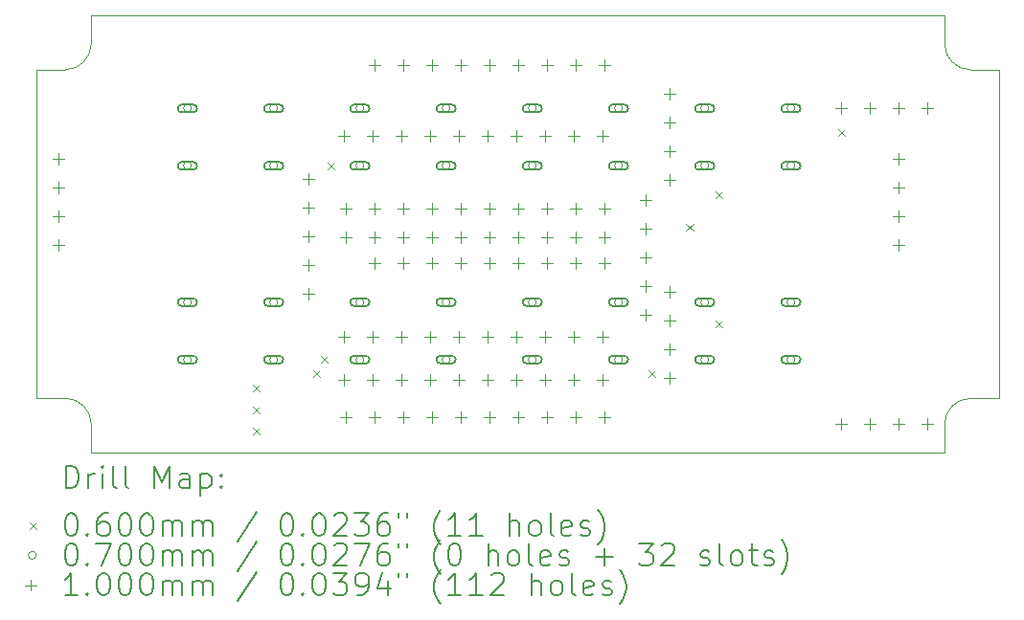
<source format=gbr>
%TF.GenerationSoftware,KiCad,Pcbnew,7.0.7*%
%TF.CreationDate,2023-10-01T14:50:08+02:00*%
%TF.ProjectId,MultiSwitch_Mcp23017_MiniSwitch,4d756c74-6953-4776-9974-63685f4d6370,1.0*%
%TF.SameCoordinates,Original*%
%TF.FileFunction,Drillmap*%
%TF.FilePolarity,Positive*%
%FSLAX45Y45*%
G04 Gerber Fmt 4.5, Leading zero omitted, Abs format (unit mm)*
G04 Created by KiCad (PCBNEW 7.0.7) date 2023-10-01 14:50:08*
%MOMM*%
%LPD*%
G01*
G04 APERTURE LIST*
%ADD10C,0.050000*%
%ADD11C,0.200000*%
%ADD12C,0.060000*%
%ADD13C,0.070000*%
%ADD14C,0.100000*%
G04 APERTURE END LIST*
D10*
X21805900Y-9842500D02*
G75*
G03*
X22034500Y-10071100I228600J0D01*
G01*
X21805900Y-13208000D02*
X21805900Y-13462000D01*
X22034500Y-12979400D02*
X22288500Y-12979400D01*
X21805900Y-13462000D02*
X14262100Y-13462000D01*
X14262452Y-13208000D02*
X14262452Y-13462000D01*
X14033500Y-12979047D02*
X13779500Y-12979047D01*
X22034500Y-12979400D02*
G75*
G03*
X21805900Y-13208000I0J-228600D01*
G01*
X14262100Y-9588500D02*
X21805900Y-9588500D01*
X22288500Y-10071100D02*
X22034500Y-10071100D01*
X14033500Y-10071100D02*
X13779500Y-10071100D01*
X14262100Y-9842500D02*
X14262100Y-9588500D01*
X22288500Y-12979400D02*
X22288500Y-10071100D01*
X14033500Y-10071100D02*
G75*
G03*
X14262100Y-9842500I0J228600D01*
G01*
X14262452Y-13208000D02*
G75*
G03*
X14033500Y-12979047I-228953J0D01*
G01*
X13779500Y-12979400D02*
X13779500Y-10071100D01*
X21805900Y-9842500D02*
X21805900Y-9588500D01*
D11*
D12*
X15692600Y-12860500D02*
X15752600Y-12920500D01*
X15752600Y-12860500D02*
X15692600Y-12920500D01*
X15692600Y-13051000D02*
X15752600Y-13111000D01*
X15752600Y-13051000D02*
X15692600Y-13111000D01*
X15692600Y-13241500D02*
X15752600Y-13301500D01*
X15752600Y-13241500D02*
X15692600Y-13301500D01*
X16226000Y-12733500D02*
X16286000Y-12793500D01*
X16286000Y-12733500D02*
X16226000Y-12793500D01*
X16289500Y-12606500D02*
X16349500Y-12666500D01*
X16349500Y-12606500D02*
X16289500Y-12666500D01*
X16353000Y-10892000D02*
X16413000Y-10952000D01*
X16413000Y-10892000D02*
X16353000Y-10952000D01*
X19185100Y-12733500D02*
X19245100Y-12793500D01*
X19245100Y-12733500D02*
X19185100Y-12793500D01*
X19522500Y-11438100D02*
X19582500Y-11498100D01*
X19582500Y-11438100D02*
X19522500Y-11498100D01*
X19782000Y-11146000D02*
X19842000Y-11206000D01*
X19842000Y-11146000D02*
X19782000Y-11206000D01*
X19782000Y-12289000D02*
X19842000Y-12349000D01*
X19842000Y-12289000D02*
X19782000Y-12349000D01*
X20861500Y-10599900D02*
X20921500Y-10659900D01*
X20921500Y-10599900D02*
X20861500Y-10659900D01*
D13*
X15148000Y-10414000D02*
G75*
G03*
X15148000Y-10414000I-35000J0D01*
G01*
D11*
X15063000Y-10449000D02*
X15163000Y-10449000D01*
X15163000Y-10449000D02*
G75*
G03*
X15163000Y-10379000I0J35000D01*
G01*
X15163000Y-10379000D02*
X15063000Y-10379000D01*
X15063000Y-10379000D02*
G75*
G03*
X15063000Y-10449000I0J-35000D01*
G01*
D13*
X15148000Y-10922000D02*
G75*
G03*
X15148000Y-10922000I-35000J0D01*
G01*
D11*
X15063000Y-10957000D02*
X15163000Y-10957000D01*
X15163000Y-10957000D02*
G75*
G03*
X15163000Y-10887000I0J35000D01*
G01*
X15163000Y-10887000D02*
X15063000Y-10887000D01*
X15063000Y-10887000D02*
G75*
G03*
X15063000Y-10957000I0J-35000D01*
G01*
D13*
X15148000Y-12128500D02*
G75*
G03*
X15148000Y-12128500I-35000J0D01*
G01*
D11*
X15163000Y-12093500D02*
X15063000Y-12093500D01*
X15063000Y-12093500D02*
G75*
G03*
X15063000Y-12163500I0J-35000D01*
G01*
X15063000Y-12163500D02*
X15163000Y-12163500D01*
X15163000Y-12163500D02*
G75*
G03*
X15163000Y-12093500I0J35000D01*
G01*
D13*
X15148000Y-12636500D02*
G75*
G03*
X15148000Y-12636500I-35000J0D01*
G01*
D11*
X15163000Y-12601500D02*
X15063000Y-12601500D01*
X15063000Y-12601500D02*
G75*
G03*
X15063000Y-12671500I0J-35000D01*
G01*
X15063000Y-12671500D02*
X15163000Y-12671500D01*
X15163000Y-12671500D02*
G75*
G03*
X15163000Y-12601500I0J35000D01*
G01*
D13*
X15910000Y-10414000D02*
G75*
G03*
X15910000Y-10414000I-35000J0D01*
G01*
D11*
X15825000Y-10449000D02*
X15925000Y-10449000D01*
X15925000Y-10449000D02*
G75*
G03*
X15925000Y-10379000I0J35000D01*
G01*
X15925000Y-10379000D02*
X15825000Y-10379000D01*
X15825000Y-10379000D02*
G75*
G03*
X15825000Y-10449000I0J-35000D01*
G01*
D13*
X15910000Y-10922000D02*
G75*
G03*
X15910000Y-10922000I-35000J0D01*
G01*
D11*
X15825000Y-10957000D02*
X15925000Y-10957000D01*
X15925000Y-10957000D02*
G75*
G03*
X15925000Y-10887000I0J35000D01*
G01*
X15925000Y-10887000D02*
X15825000Y-10887000D01*
X15825000Y-10887000D02*
G75*
G03*
X15825000Y-10957000I0J-35000D01*
G01*
D13*
X15910000Y-12128500D02*
G75*
G03*
X15910000Y-12128500I-35000J0D01*
G01*
D11*
X15925000Y-12093500D02*
X15825000Y-12093500D01*
X15825000Y-12093500D02*
G75*
G03*
X15825000Y-12163500I0J-35000D01*
G01*
X15825000Y-12163500D02*
X15925000Y-12163500D01*
X15925000Y-12163500D02*
G75*
G03*
X15925000Y-12093500I0J35000D01*
G01*
D13*
X15910000Y-12636500D02*
G75*
G03*
X15910000Y-12636500I-35000J0D01*
G01*
D11*
X15925000Y-12601500D02*
X15825000Y-12601500D01*
X15825000Y-12601500D02*
G75*
G03*
X15825000Y-12671500I0J-35000D01*
G01*
X15825000Y-12671500D02*
X15925000Y-12671500D01*
X15925000Y-12671500D02*
G75*
G03*
X15925000Y-12601500I0J35000D01*
G01*
D13*
X16672000Y-10414000D02*
G75*
G03*
X16672000Y-10414000I-35000J0D01*
G01*
D11*
X16587000Y-10449000D02*
X16687000Y-10449000D01*
X16687000Y-10449000D02*
G75*
G03*
X16687000Y-10379000I0J35000D01*
G01*
X16687000Y-10379000D02*
X16587000Y-10379000D01*
X16587000Y-10379000D02*
G75*
G03*
X16587000Y-10449000I0J-35000D01*
G01*
D13*
X16672000Y-10922000D02*
G75*
G03*
X16672000Y-10922000I-35000J0D01*
G01*
D11*
X16587000Y-10957000D02*
X16687000Y-10957000D01*
X16687000Y-10957000D02*
G75*
G03*
X16687000Y-10887000I0J35000D01*
G01*
X16687000Y-10887000D02*
X16587000Y-10887000D01*
X16587000Y-10887000D02*
G75*
G03*
X16587000Y-10957000I0J-35000D01*
G01*
D13*
X16672000Y-12128500D02*
G75*
G03*
X16672000Y-12128500I-35000J0D01*
G01*
D11*
X16687000Y-12093500D02*
X16587000Y-12093500D01*
X16587000Y-12093500D02*
G75*
G03*
X16587000Y-12163500I0J-35000D01*
G01*
X16587000Y-12163500D02*
X16687000Y-12163500D01*
X16687000Y-12163500D02*
G75*
G03*
X16687000Y-12093500I0J35000D01*
G01*
D13*
X16672000Y-12636500D02*
G75*
G03*
X16672000Y-12636500I-35000J0D01*
G01*
D11*
X16687000Y-12601500D02*
X16587000Y-12601500D01*
X16587000Y-12601500D02*
G75*
G03*
X16587000Y-12671500I0J-35000D01*
G01*
X16587000Y-12671500D02*
X16687000Y-12671500D01*
X16687000Y-12671500D02*
G75*
G03*
X16687000Y-12601500I0J35000D01*
G01*
D13*
X17434000Y-10414000D02*
G75*
G03*
X17434000Y-10414000I-35000J0D01*
G01*
D11*
X17349000Y-10449000D02*
X17449000Y-10449000D01*
X17449000Y-10449000D02*
G75*
G03*
X17449000Y-10379000I0J35000D01*
G01*
X17449000Y-10379000D02*
X17349000Y-10379000D01*
X17349000Y-10379000D02*
G75*
G03*
X17349000Y-10449000I0J-35000D01*
G01*
D13*
X17434000Y-10922000D02*
G75*
G03*
X17434000Y-10922000I-35000J0D01*
G01*
D11*
X17349000Y-10957000D02*
X17449000Y-10957000D01*
X17449000Y-10957000D02*
G75*
G03*
X17449000Y-10887000I0J35000D01*
G01*
X17449000Y-10887000D02*
X17349000Y-10887000D01*
X17349000Y-10887000D02*
G75*
G03*
X17349000Y-10957000I0J-35000D01*
G01*
D13*
X17434000Y-12128500D02*
G75*
G03*
X17434000Y-12128500I-35000J0D01*
G01*
D11*
X17449000Y-12093500D02*
X17349000Y-12093500D01*
X17349000Y-12093500D02*
G75*
G03*
X17349000Y-12163500I0J-35000D01*
G01*
X17349000Y-12163500D02*
X17449000Y-12163500D01*
X17449000Y-12163500D02*
G75*
G03*
X17449000Y-12093500I0J35000D01*
G01*
D13*
X17434000Y-12636500D02*
G75*
G03*
X17434000Y-12636500I-35000J0D01*
G01*
D11*
X17449000Y-12601500D02*
X17349000Y-12601500D01*
X17349000Y-12601500D02*
G75*
G03*
X17349000Y-12671500I0J-35000D01*
G01*
X17349000Y-12671500D02*
X17449000Y-12671500D01*
X17449000Y-12671500D02*
G75*
G03*
X17449000Y-12601500I0J35000D01*
G01*
D13*
X18196000Y-10414000D02*
G75*
G03*
X18196000Y-10414000I-35000J0D01*
G01*
D11*
X18111000Y-10449000D02*
X18211000Y-10449000D01*
X18211000Y-10449000D02*
G75*
G03*
X18211000Y-10379000I0J35000D01*
G01*
X18211000Y-10379000D02*
X18111000Y-10379000D01*
X18111000Y-10379000D02*
G75*
G03*
X18111000Y-10449000I0J-35000D01*
G01*
D13*
X18196000Y-10922000D02*
G75*
G03*
X18196000Y-10922000I-35000J0D01*
G01*
D11*
X18111000Y-10957000D02*
X18211000Y-10957000D01*
X18211000Y-10957000D02*
G75*
G03*
X18211000Y-10887000I0J35000D01*
G01*
X18211000Y-10887000D02*
X18111000Y-10887000D01*
X18111000Y-10887000D02*
G75*
G03*
X18111000Y-10957000I0J-35000D01*
G01*
D13*
X18196000Y-12128500D02*
G75*
G03*
X18196000Y-12128500I-35000J0D01*
G01*
D11*
X18211000Y-12093500D02*
X18111000Y-12093500D01*
X18111000Y-12093500D02*
G75*
G03*
X18111000Y-12163500I0J-35000D01*
G01*
X18111000Y-12163500D02*
X18211000Y-12163500D01*
X18211000Y-12163500D02*
G75*
G03*
X18211000Y-12093500I0J35000D01*
G01*
D13*
X18196000Y-12636500D02*
G75*
G03*
X18196000Y-12636500I-35000J0D01*
G01*
D11*
X18211000Y-12601500D02*
X18111000Y-12601500D01*
X18111000Y-12601500D02*
G75*
G03*
X18111000Y-12671500I0J-35000D01*
G01*
X18111000Y-12671500D02*
X18211000Y-12671500D01*
X18211000Y-12671500D02*
G75*
G03*
X18211000Y-12601500I0J35000D01*
G01*
D13*
X18958000Y-10414000D02*
G75*
G03*
X18958000Y-10414000I-35000J0D01*
G01*
D11*
X18873000Y-10449000D02*
X18973000Y-10449000D01*
X18973000Y-10449000D02*
G75*
G03*
X18973000Y-10379000I0J35000D01*
G01*
X18973000Y-10379000D02*
X18873000Y-10379000D01*
X18873000Y-10379000D02*
G75*
G03*
X18873000Y-10449000I0J-35000D01*
G01*
D13*
X18958000Y-10922000D02*
G75*
G03*
X18958000Y-10922000I-35000J0D01*
G01*
D11*
X18873000Y-10957000D02*
X18973000Y-10957000D01*
X18973000Y-10957000D02*
G75*
G03*
X18973000Y-10887000I0J35000D01*
G01*
X18973000Y-10887000D02*
X18873000Y-10887000D01*
X18873000Y-10887000D02*
G75*
G03*
X18873000Y-10957000I0J-35000D01*
G01*
D13*
X18958000Y-12128500D02*
G75*
G03*
X18958000Y-12128500I-35000J0D01*
G01*
D11*
X18973000Y-12093500D02*
X18873000Y-12093500D01*
X18873000Y-12093500D02*
G75*
G03*
X18873000Y-12163500I0J-35000D01*
G01*
X18873000Y-12163500D02*
X18973000Y-12163500D01*
X18973000Y-12163500D02*
G75*
G03*
X18973000Y-12093500I0J35000D01*
G01*
D13*
X18958000Y-12636500D02*
G75*
G03*
X18958000Y-12636500I-35000J0D01*
G01*
D11*
X18973000Y-12601500D02*
X18873000Y-12601500D01*
X18873000Y-12601500D02*
G75*
G03*
X18873000Y-12671500I0J-35000D01*
G01*
X18873000Y-12671500D02*
X18973000Y-12671500D01*
X18973000Y-12671500D02*
G75*
G03*
X18973000Y-12601500I0J35000D01*
G01*
D13*
X19720000Y-10414000D02*
G75*
G03*
X19720000Y-10414000I-35000J0D01*
G01*
D11*
X19635000Y-10449000D02*
X19735000Y-10449000D01*
X19735000Y-10449000D02*
G75*
G03*
X19735000Y-10379000I0J35000D01*
G01*
X19735000Y-10379000D02*
X19635000Y-10379000D01*
X19635000Y-10379000D02*
G75*
G03*
X19635000Y-10449000I0J-35000D01*
G01*
D13*
X19720000Y-10922000D02*
G75*
G03*
X19720000Y-10922000I-35000J0D01*
G01*
D11*
X19635000Y-10957000D02*
X19735000Y-10957000D01*
X19735000Y-10957000D02*
G75*
G03*
X19735000Y-10887000I0J35000D01*
G01*
X19735000Y-10887000D02*
X19635000Y-10887000D01*
X19635000Y-10887000D02*
G75*
G03*
X19635000Y-10957000I0J-35000D01*
G01*
D13*
X19720000Y-12128500D02*
G75*
G03*
X19720000Y-12128500I-35000J0D01*
G01*
D11*
X19735000Y-12093500D02*
X19635000Y-12093500D01*
X19635000Y-12093500D02*
G75*
G03*
X19635000Y-12163500I0J-35000D01*
G01*
X19635000Y-12163500D02*
X19735000Y-12163500D01*
X19735000Y-12163500D02*
G75*
G03*
X19735000Y-12093500I0J35000D01*
G01*
D13*
X19720000Y-12636500D02*
G75*
G03*
X19720000Y-12636500I-35000J0D01*
G01*
D11*
X19735000Y-12601500D02*
X19635000Y-12601500D01*
X19635000Y-12601500D02*
G75*
G03*
X19635000Y-12671500I0J-35000D01*
G01*
X19635000Y-12671500D02*
X19735000Y-12671500D01*
X19735000Y-12671500D02*
G75*
G03*
X19735000Y-12601500I0J35000D01*
G01*
D13*
X20482000Y-10414000D02*
G75*
G03*
X20482000Y-10414000I-35000J0D01*
G01*
D11*
X20397000Y-10449000D02*
X20497000Y-10449000D01*
X20497000Y-10449000D02*
G75*
G03*
X20497000Y-10379000I0J35000D01*
G01*
X20497000Y-10379000D02*
X20397000Y-10379000D01*
X20397000Y-10379000D02*
G75*
G03*
X20397000Y-10449000I0J-35000D01*
G01*
D13*
X20482000Y-10922000D02*
G75*
G03*
X20482000Y-10922000I-35000J0D01*
G01*
D11*
X20397000Y-10957000D02*
X20497000Y-10957000D01*
X20497000Y-10957000D02*
G75*
G03*
X20497000Y-10887000I0J35000D01*
G01*
X20497000Y-10887000D02*
X20397000Y-10887000D01*
X20397000Y-10887000D02*
G75*
G03*
X20397000Y-10957000I0J-35000D01*
G01*
D13*
X20482000Y-12128500D02*
G75*
G03*
X20482000Y-12128500I-35000J0D01*
G01*
D11*
X20497000Y-12093500D02*
X20397000Y-12093500D01*
X20397000Y-12093500D02*
G75*
G03*
X20397000Y-12163500I0J-35000D01*
G01*
X20397000Y-12163500D02*
X20497000Y-12163500D01*
X20497000Y-12163500D02*
G75*
G03*
X20497000Y-12093500I0J35000D01*
G01*
D13*
X20482000Y-12636500D02*
G75*
G03*
X20482000Y-12636500I-35000J0D01*
G01*
D11*
X20497000Y-12601500D02*
X20397000Y-12601500D01*
X20397000Y-12601500D02*
G75*
G03*
X20397000Y-12671500I0J-35000D01*
G01*
X20397000Y-12671500D02*
X20497000Y-12671500D01*
X20497000Y-12671500D02*
G75*
G03*
X20497000Y-12601500I0J35000D01*
G01*
D14*
X13970000Y-10808500D02*
X13970000Y-10908500D01*
X13920000Y-10858500D02*
X14020000Y-10858500D01*
X13970000Y-11062500D02*
X13970000Y-11162500D01*
X13920000Y-11112500D02*
X14020000Y-11112500D01*
X13970000Y-11316500D02*
X13970000Y-11416500D01*
X13920000Y-11366500D02*
X14020000Y-11366500D01*
X13970000Y-11570500D02*
X13970000Y-11670500D01*
X13920000Y-11620500D02*
X14020000Y-11620500D01*
X16179800Y-10986300D02*
X16179800Y-11086300D01*
X16129800Y-11036300D02*
X16229800Y-11036300D01*
X16179800Y-11240300D02*
X16179800Y-11340300D01*
X16129800Y-11290300D02*
X16229800Y-11290300D01*
X16179800Y-11494300D02*
X16179800Y-11594300D01*
X16129800Y-11544300D02*
X16229800Y-11544300D01*
X16179800Y-11748300D02*
X16179800Y-11848300D01*
X16129800Y-11798300D02*
X16229800Y-11798300D01*
X16179800Y-12002300D02*
X16179800Y-12102300D01*
X16129800Y-12052300D02*
X16229800Y-12052300D01*
X16497300Y-10605300D02*
X16497300Y-10705300D01*
X16447300Y-10655300D02*
X16547300Y-10655300D01*
X16497300Y-12383300D02*
X16497300Y-12483300D01*
X16447300Y-12433300D02*
X16547300Y-12433300D01*
X16497300Y-12764300D02*
X16497300Y-12864300D01*
X16447300Y-12814300D02*
X16547300Y-12814300D01*
X16510000Y-11253000D02*
X16510000Y-11353000D01*
X16460000Y-11303000D02*
X16560000Y-11303000D01*
X16510000Y-11507000D02*
X16510000Y-11607000D01*
X16460000Y-11557000D02*
X16560000Y-11557000D01*
X16510000Y-13094500D02*
X16510000Y-13194500D01*
X16460000Y-13144500D02*
X16560000Y-13144500D01*
X16751300Y-10605300D02*
X16751300Y-10705300D01*
X16701300Y-10655300D02*
X16801300Y-10655300D01*
X16751300Y-12383300D02*
X16751300Y-12483300D01*
X16701300Y-12433300D02*
X16801300Y-12433300D01*
X16751300Y-12764300D02*
X16751300Y-12864300D01*
X16701300Y-12814300D02*
X16801300Y-12814300D01*
X16764000Y-9983000D02*
X16764000Y-10083000D01*
X16714000Y-10033000D02*
X16814000Y-10033000D01*
X16764000Y-11253000D02*
X16764000Y-11353000D01*
X16714000Y-11303000D02*
X16814000Y-11303000D01*
X16764000Y-11507000D02*
X16764000Y-11607000D01*
X16714000Y-11557000D02*
X16814000Y-11557000D01*
X16764000Y-11735600D02*
X16764000Y-11835600D01*
X16714000Y-11785600D02*
X16814000Y-11785600D01*
X16764000Y-13094500D02*
X16764000Y-13194500D01*
X16714000Y-13144500D02*
X16814000Y-13144500D01*
X17005300Y-10605300D02*
X17005300Y-10705300D01*
X16955300Y-10655300D02*
X17055300Y-10655300D01*
X17005300Y-12383300D02*
X17005300Y-12483300D01*
X16955300Y-12433300D02*
X17055300Y-12433300D01*
X17005300Y-12764300D02*
X17005300Y-12864300D01*
X16955300Y-12814300D02*
X17055300Y-12814300D01*
X17018000Y-9983000D02*
X17018000Y-10083000D01*
X16968000Y-10033000D02*
X17068000Y-10033000D01*
X17018000Y-11253000D02*
X17018000Y-11353000D01*
X16968000Y-11303000D02*
X17068000Y-11303000D01*
X17018000Y-11507000D02*
X17018000Y-11607000D01*
X16968000Y-11557000D02*
X17068000Y-11557000D01*
X17018000Y-11735600D02*
X17018000Y-11835600D01*
X16968000Y-11785600D02*
X17068000Y-11785600D01*
X17018000Y-13094500D02*
X17018000Y-13194500D01*
X16968000Y-13144500D02*
X17068000Y-13144500D01*
X17259300Y-10605300D02*
X17259300Y-10705300D01*
X17209300Y-10655300D02*
X17309300Y-10655300D01*
X17259300Y-12383300D02*
X17259300Y-12483300D01*
X17209300Y-12433300D02*
X17309300Y-12433300D01*
X17259300Y-12764300D02*
X17259300Y-12864300D01*
X17209300Y-12814300D02*
X17309300Y-12814300D01*
X17272000Y-9983000D02*
X17272000Y-10083000D01*
X17222000Y-10033000D02*
X17322000Y-10033000D01*
X17272000Y-11253000D02*
X17272000Y-11353000D01*
X17222000Y-11303000D02*
X17322000Y-11303000D01*
X17272000Y-11507000D02*
X17272000Y-11607000D01*
X17222000Y-11557000D02*
X17322000Y-11557000D01*
X17272000Y-11735600D02*
X17272000Y-11835600D01*
X17222000Y-11785600D02*
X17322000Y-11785600D01*
X17272000Y-13094500D02*
X17272000Y-13194500D01*
X17222000Y-13144500D02*
X17322000Y-13144500D01*
X17513300Y-10605300D02*
X17513300Y-10705300D01*
X17463300Y-10655300D02*
X17563300Y-10655300D01*
X17513300Y-12383300D02*
X17513300Y-12483300D01*
X17463300Y-12433300D02*
X17563300Y-12433300D01*
X17513300Y-12764300D02*
X17513300Y-12864300D01*
X17463300Y-12814300D02*
X17563300Y-12814300D01*
X17526000Y-9983000D02*
X17526000Y-10083000D01*
X17476000Y-10033000D02*
X17576000Y-10033000D01*
X17526000Y-11253000D02*
X17526000Y-11353000D01*
X17476000Y-11303000D02*
X17576000Y-11303000D01*
X17526000Y-11507000D02*
X17526000Y-11607000D01*
X17476000Y-11557000D02*
X17576000Y-11557000D01*
X17526000Y-11735600D02*
X17526000Y-11835600D01*
X17476000Y-11785600D02*
X17576000Y-11785600D01*
X17526000Y-13094500D02*
X17526000Y-13194500D01*
X17476000Y-13144500D02*
X17576000Y-13144500D01*
X17767300Y-10605300D02*
X17767300Y-10705300D01*
X17717300Y-10655300D02*
X17817300Y-10655300D01*
X17767300Y-12383300D02*
X17767300Y-12483300D01*
X17717300Y-12433300D02*
X17817300Y-12433300D01*
X17767300Y-12764300D02*
X17767300Y-12864300D01*
X17717300Y-12814300D02*
X17817300Y-12814300D01*
X17780000Y-9983000D02*
X17780000Y-10083000D01*
X17730000Y-10033000D02*
X17830000Y-10033000D01*
X17780000Y-11253000D02*
X17780000Y-11353000D01*
X17730000Y-11303000D02*
X17830000Y-11303000D01*
X17780000Y-11507000D02*
X17780000Y-11607000D01*
X17730000Y-11557000D02*
X17830000Y-11557000D01*
X17780000Y-11735600D02*
X17780000Y-11835600D01*
X17730000Y-11785600D02*
X17830000Y-11785600D01*
X17780000Y-13094500D02*
X17780000Y-13194500D01*
X17730000Y-13144500D02*
X17830000Y-13144500D01*
X18021300Y-10605300D02*
X18021300Y-10705300D01*
X17971300Y-10655300D02*
X18071300Y-10655300D01*
X18021300Y-12383300D02*
X18021300Y-12483300D01*
X17971300Y-12433300D02*
X18071300Y-12433300D01*
X18021300Y-12764300D02*
X18021300Y-12864300D01*
X17971300Y-12814300D02*
X18071300Y-12814300D01*
X18034000Y-9983000D02*
X18034000Y-10083000D01*
X17984000Y-10033000D02*
X18084000Y-10033000D01*
X18034000Y-11253000D02*
X18034000Y-11353000D01*
X17984000Y-11303000D02*
X18084000Y-11303000D01*
X18034000Y-11507000D02*
X18034000Y-11607000D01*
X17984000Y-11557000D02*
X18084000Y-11557000D01*
X18034000Y-11735600D02*
X18034000Y-11835600D01*
X17984000Y-11785600D02*
X18084000Y-11785600D01*
X18034000Y-13094500D02*
X18034000Y-13194500D01*
X17984000Y-13144500D02*
X18084000Y-13144500D01*
X18275300Y-10605300D02*
X18275300Y-10705300D01*
X18225300Y-10655300D02*
X18325300Y-10655300D01*
X18275300Y-12383300D02*
X18275300Y-12483300D01*
X18225300Y-12433300D02*
X18325300Y-12433300D01*
X18275300Y-12764300D02*
X18275300Y-12864300D01*
X18225300Y-12814300D02*
X18325300Y-12814300D01*
X18288000Y-9983000D02*
X18288000Y-10083000D01*
X18238000Y-10033000D02*
X18338000Y-10033000D01*
X18288000Y-11253000D02*
X18288000Y-11353000D01*
X18238000Y-11303000D02*
X18338000Y-11303000D01*
X18288000Y-11507000D02*
X18288000Y-11607000D01*
X18238000Y-11557000D02*
X18338000Y-11557000D01*
X18288000Y-11735600D02*
X18288000Y-11835600D01*
X18238000Y-11785600D02*
X18338000Y-11785600D01*
X18288000Y-13094500D02*
X18288000Y-13194500D01*
X18238000Y-13144500D02*
X18338000Y-13144500D01*
X18529300Y-10605300D02*
X18529300Y-10705300D01*
X18479300Y-10655300D02*
X18579300Y-10655300D01*
X18529300Y-12383300D02*
X18529300Y-12483300D01*
X18479300Y-12433300D02*
X18579300Y-12433300D01*
X18529300Y-12764300D02*
X18529300Y-12864300D01*
X18479300Y-12814300D02*
X18579300Y-12814300D01*
X18542000Y-9983000D02*
X18542000Y-10083000D01*
X18492000Y-10033000D02*
X18592000Y-10033000D01*
X18542000Y-11253000D02*
X18542000Y-11353000D01*
X18492000Y-11303000D02*
X18592000Y-11303000D01*
X18542000Y-11507000D02*
X18542000Y-11607000D01*
X18492000Y-11557000D02*
X18592000Y-11557000D01*
X18542000Y-11735600D02*
X18542000Y-11835600D01*
X18492000Y-11785600D02*
X18592000Y-11785600D01*
X18542000Y-13094500D02*
X18542000Y-13194500D01*
X18492000Y-13144500D02*
X18592000Y-13144500D01*
X18783300Y-10605300D02*
X18783300Y-10705300D01*
X18733300Y-10655300D02*
X18833300Y-10655300D01*
X18783300Y-12383300D02*
X18783300Y-12483300D01*
X18733300Y-12433300D02*
X18833300Y-12433300D01*
X18783300Y-12764300D02*
X18783300Y-12864300D01*
X18733300Y-12814300D02*
X18833300Y-12814300D01*
X18796000Y-9983000D02*
X18796000Y-10083000D01*
X18746000Y-10033000D02*
X18846000Y-10033000D01*
X18796000Y-11253000D02*
X18796000Y-11353000D01*
X18746000Y-11303000D02*
X18846000Y-11303000D01*
X18796000Y-11507000D02*
X18796000Y-11607000D01*
X18746000Y-11557000D02*
X18846000Y-11557000D01*
X18796000Y-11735600D02*
X18796000Y-11835600D01*
X18746000Y-11785600D02*
X18846000Y-11785600D01*
X18796000Y-13094500D02*
X18796000Y-13194500D01*
X18746000Y-13144500D02*
X18846000Y-13144500D01*
X19164300Y-11176800D02*
X19164300Y-11276800D01*
X19114300Y-11226800D02*
X19214300Y-11226800D01*
X19164300Y-11430800D02*
X19164300Y-11530800D01*
X19114300Y-11480800D02*
X19214300Y-11480800D01*
X19164300Y-11684800D02*
X19164300Y-11784800D01*
X19114300Y-11734800D02*
X19214300Y-11734800D01*
X19164300Y-11938800D02*
X19164300Y-12038800D01*
X19114300Y-11988800D02*
X19214300Y-11988800D01*
X19164300Y-12192800D02*
X19164300Y-12292800D01*
X19114300Y-12242800D02*
X19214300Y-12242800D01*
X19377000Y-10237000D02*
X19377000Y-10337000D01*
X19327000Y-10287000D02*
X19427000Y-10287000D01*
X19377000Y-10491000D02*
X19377000Y-10591000D01*
X19327000Y-10541000D02*
X19427000Y-10541000D01*
X19377000Y-10745000D02*
X19377000Y-10845000D01*
X19327000Y-10795000D02*
X19427000Y-10795000D01*
X19377000Y-10999000D02*
X19377000Y-11099000D01*
X19327000Y-11049000D02*
X19427000Y-11049000D01*
X19377000Y-11989600D02*
X19377000Y-12089600D01*
X19327000Y-12039600D02*
X19427000Y-12039600D01*
X19377000Y-12243600D02*
X19377000Y-12343600D01*
X19327000Y-12293600D02*
X19427000Y-12293600D01*
X19377000Y-12497600D02*
X19377000Y-12597600D01*
X19327000Y-12547600D02*
X19427000Y-12547600D01*
X19377000Y-12751600D02*
X19377000Y-12851600D01*
X19327000Y-12801600D02*
X19427000Y-12801600D01*
X20891500Y-10364000D02*
X20891500Y-10464000D01*
X20841500Y-10414000D02*
X20941500Y-10414000D01*
X20891500Y-13158000D02*
X20891500Y-13258000D01*
X20841500Y-13208000D02*
X20941500Y-13208000D01*
X21145500Y-10364000D02*
X21145500Y-10464000D01*
X21095500Y-10414000D02*
X21195500Y-10414000D01*
X21145500Y-13158000D02*
X21145500Y-13258000D01*
X21095500Y-13208000D02*
X21195500Y-13208000D01*
X21399500Y-10364000D02*
X21399500Y-10464000D01*
X21349500Y-10414000D02*
X21449500Y-10414000D01*
X21399500Y-10808500D02*
X21399500Y-10908500D01*
X21349500Y-10858500D02*
X21449500Y-10858500D01*
X21399500Y-11062500D02*
X21399500Y-11162500D01*
X21349500Y-11112500D02*
X21449500Y-11112500D01*
X21399500Y-11316500D02*
X21399500Y-11416500D01*
X21349500Y-11366500D02*
X21449500Y-11366500D01*
X21399500Y-11570500D02*
X21399500Y-11670500D01*
X21349500Y-11620500D02*
X21449500Y-11620500D01*
X21399500Y-13158000D02*
X21399500Y-13258000D01*
X21349500Y-13208000D02*
X21449500Y-13208000D01*
X21653500Y-10364000D02*
X21653500Y-10464000D01*
X21603500Y-10414000D02*
X21703500Y-10414000D01*
X21653500Y-13158000D02*
X21653500Y-13258000D01*
X21603500Y-13208000D02*
X21703500Y-13208000D01*
D11*
X14037777Y-13775984D02*
X14037777Y-13575984D01*
X14037777Y-13575984D02*
X14085396Y-13575984D01*
X14085396Y-13575984D02*
X14113967Y-13585508D01*
X14113967Y-13585508D02*
X14133015Y-13604555D01*
X14133015Y-13604555D02*
X14142539Y-13623603D01*
X14142539Y-13623603D02*
X14152062Y-13661698D01*
X14152062Y-13661698D02*
X14152062Y-13690269D01*
X14152062Y-13690269D02*
X14142539Y-13728365D01*
X14142539Y-13728365D02*
X14133015Y-13747412D01*
X14133015Y-13747412D02*
X14113967Y-13766460D01*
X14113967Y-13766460D02*
X14085396Y-13775984D01*
X14085396Y-13775984D02*
X14037777Y-13775984D01*
X14237777Y-13775984D02*
X14237777Y-13642650D01*
X14237777Y-13680746D02*
X14247301Y-13661698D01*
X14247301Y-13661698D02*
X14256824Y-13652174D01*
X14256824Y-13652174D02*
X14275872Y-13642650D01*
X14275872Y-13642650D02*
X14294920Y-13642650D01*
X14361586Y-13775984D02*
X14361586Y-13642650D01*
X14361586Y-13575984D02*
X14352062Y-13585508D01*
X14352062Y-13585508D02*
X14361586Y-13595031D01*
X14361586Y-13595031D02*
X14371110Y-13585508D01*
X14371110Y-13585508D02*
X14361586Y-13575984D01*
X14361586Y-13575984D02*
X14361586Y-13595031D01*
X14485396Y-13775984D02*
X14466348Y-13766460D01*
X14466348Y-13766460D02*
X14456824Y-13747412D01*
X14456824Y-13747412D02*
X14456824Y-13575984D01*
X14590158Y-13775984D02*
X14571110Y-13766460D01*
X14571110Y-13766460D02*
X14561586Y-13747412D01*
X14561586Y-13747412D02*
X14561586Y-13575984D01*
X14818729Y-13775984D02*
X14818729Y-13575984D01*
X14818729Y-13575984D02*
X14885396Y-13718841D01*
X14885396Y-13718841D02*
X14952062Y-13575984D01*
X14952062Y-13575984D02*
X14952062Y-13775984D01*
X15133015Y-13775984D02*
X15133015Y-13671222D01*
X15133015Y-13671222D02*
X15123491Y-13652174D01*
X15123491Y-13652174D02*
X15104443Y-13642650D01*
X15104443Y-13642650D02*
X15066348Y-13642650D01*
X15066348Y-13642650D02*
X15047301Y-13652174D01*
X15133015Y-13766460D02*
X15113967Y-13775984D01*
X15113967Y-13775984D02*
X15066348Y-13775984D01*
X15066348Y-13775984D02*
X15047301Y-13766460D01*
X15047301Y-13766460D02*
X15037777Y-13747412D01*
X15037777Y-13747412D02*
X15037777Y-13728365D01*
X15037777Y-13728365D02*
X15047301Y-13709317D01*
X15047301Y-13709317D02*
X15066348Y-13699793D01*
X15066348Y-13699793D02*
X15113967Y-13699793D01*
X15113967Y-13699793D02*
X15133015Y-13690269D01*
X15228253Y-13642650D02*
X15228253Y-13842650D01*
X15228253Y-13652174D02*
X15247301Y-13642650D01*
X15247301Y-13642650D02*
X15285396Y-13642650D01*
X15285396Y-13642650D02*
X15304443Y-13652174D01*
X15304443Y-13652174D02*
X15313967Y-13661698D01*
X15313967Y-13661698D02*
X15323491Y-13680746D01*
X15323491Y-13680746D02*
X15323491Y-13737888D01*
X15323491Y-13737888D02*
X15313967Y-13756936D01*
X15313967Y-13756936D02*
X15304443Y-13766460D01*
X15304443Y-13766460D02*
X15285396Y-13775984D01*
X15285396Y-13775984D02*
X15247301Y-13775984D01*
X15247301Y-13775984D02*
X15228253Y-13766460D01*
X15409205Y-13756936D02*
X15418729Y-13766460D01*
X15418729Y-13766460D02*
X15409205Y-13775984D01*
X15409205Y-13775984D02*
X15399682Y-13766460D01*
X15399682Y-13766460D02*
X15409205Y-13756936D01*
X15409205Y-13756936D02*
X15409205Y-13775984D01*
X15409205Y-13652174D02*
X15418729Y-13661698D01*
X15418729Y-13661698D02*
X15409205Y-13671222D01*
X15409205Y-13671222D02*
X15399682Y-13661698D01*
X15399682Y-13661698D02*
X15409205Y-13652174D01*
X15409205Y-13652174D02*
X15409205Y-13671222D01*
D12*
X13717000Y-14074500D02*
X13777000Y-14134500D01*
X13777000Y-14074500D02*
X13717000Y-14134500D01*
D11*
X14075872Y-13995984D02*
X14094920Y-13995984D01*
X14094920Y-13995984D02*
X14113967Y-14005508D01*
X14113967Y-14005508D02*
X14123491Y-14015031D01*
X14123491Y-14015031D02*
X14133015Y-14034079D01*
X14133015Y-14034079D02*
X14142539Y-14072174D01*
X14142539Y-14072174D02*
X14142539Y-14119793D01*
X14142539Y-14119793D02*
X14133015Y-14157888D01*
X14133015Y-14157888D02*
X14123491Y-14176936D01*
X14123491Y-14176936D02*
X14113967Y-14186460D01*
X14113967Y-14186460D02*
X14094920Y-14195984D01*
X14094920Y-14195984D02*
X14075872Y-14195984D01*
X14075872Y-14195984D02*
X14056824Y-14186460D01*
X14056824Y-14186460D02*
X14047301Y-14176936D01*
X14047301Y-14176936D02*
X14037777Y-14157888D01*
X14037777Y-14157888D02*
X14028253Y-14119793D01*
X14028253Y-14119793D02*
X14028253Y-14072174D01*
X14028253Y-14072174D02*
X14037777Y-14034079D01*
X14037777Y-14034079D02*
X14047301Y-14015031D01*
X14047301Y-14015031D02*
X14056824Y-14005508D01*
X14056824Y-14005508D02*
X14075872Y-13995984D01*
X14228253Y-14176936D02*
X14237777Y-14186460D01*
X14237777Y-14186460D02*
X14228253Y-14195984D01*
X14228253Y-14195984D02*
X14218729Y-14186460D01*
X14218729Y-14186460D02*
X14228253Y-14176936D01*
X14228253Y-14176936D02*
X14228253Y-14195984D01*
X14409205Y-13995984D02*
X14371110Y-13995984D01*
X14371110Y-13995984D02*
X14352062Y-14005508D01*
X14352062Y-14005508D02*
X14342539Y-14015031D01*
X14342539Y-14015031D02*
X14323491Y-14043603D01*
X14323491Y-14043603D02*
X14313967Y-14081698D01*
X14313967Y-14081698D02*
X14313967Y-14157888D01*
X14313967Y-14157888D02*
X14323491Y-14176936D01*
X14323491Y-14176936D02*
X14333015Y-14186460D01*
X14333015Y-14186460D02*
X14352062Y-14195984D01*
X14352062Y-14195984D02*
X14390158Y-14195984D01*
X14390158Y-14195984D02*
X14409205Y-14186460D01*
X14409205Y-14186460D02*
X14418729Y-14176936D01*
X14418729Y-14176936D02*
X14428253Y-14157888D01*
X14428253Y-14157888D02*
X14428253Y-14110269D01*
X14428253Y-14110269D02*
X14418729Y-14091222D01*
X14418729Y-14091222D02*
X14409205Y-14081698D01*
X14409205Y-14081698D02*
X14390158Y-14072174D01*
X14390158Y-14072174D02*
X14352062Y-14072174D01*
X14352062Y-14072174D02*
X14333015Y-14081698D01*
X14333015Y-14081698D02*
X14323491Y-14091222D01*
X14323491Y-14091222D02*
X14313967Y-14110269D01*
X14552062Y-13995984D02*
X14571110Y-13995984D01*
X14571110Y-13995984D02*
X14590158Y-14005508D01*
X14590158Y-14005508D02*
X14599682Y-14015031D01*
X14599682Y-14015031D02*
X14609205Y-14034079D01*
X14609205Y-14034079D02*
X14618729Y-14072174D01*
X14618729Y-14072174D02*
X14618729Y-14119793D01*
X14618729Y-14119793D02*
X14609205Y-14157888D01*
X14609205Y-14157888D02*
X14599682Y-14176936D01*
X14599682Y-14176936D02*
X14590158Y-14186460D01*
X14590158Y-14186460D02*
X14571110Y-14195984D01*
X14571110Y-14195984D02*
X14552062Y-14195984D01*
X14552062Y-14195984D02*
X14533015Y-14186460D01*
X14533015Y-14186460D02*
X14523491Y-14176936D01*
X14523491Y-14176936D02*
X14513967Y-14157888D01*
X14513967Y-14157888D02*
X14504443Y-14119793D01*
X14504443Y-14119793D02*
X14504443Y-14072174D01*
X14504443Y-14072174D02*
X14513967Y-14034079D01*
X14513967Y-14034079D02*
X14523491Y-14015031D01*
X14523491Y-14015031D02*
X14533015Y-14005508D01*
X14533015Y-14005508D02*
X14552062Y-13995984D01*
X14742539Y-13995984D02*
X14761586Y-13995984D01*
X14761586Y-13995984D02*
X14780634Y-14005508D01*
X14780634Y-14005508D02*
X14790158Y-14015031D01*
X14790158Y-14015031D02*
X14799682Y-14034079D01*
X14799682Y-14034079D02*
X14809205Y-14072174D01*
X14809205Y-14072174D02*
X14809205Y-14119793D01*
X14809205Y-14119793D02*
X14799682Y-14157888D01*
X14799682Y-14157888D02*
X14790158Y-14176936D01*
X14790158Y-14176936D02*
X14780634Y-14186460D01*
X14780634Y-14186460D02*
X14761586Y-14195984D01*
X14761586Y-14195984D02*
X14742539Y-14195984D01*
X14742539Y-14195984D02*
X14723491Y-14186460D01*
X14723491Y-14186460D02*
X14713967Y-14176936D01*
X14713967Y-14176936D02*
X14704443Y-14157888D01*
X14704443Y-14157888D02*
X14694920Y-14119793D01*
X14694920Y-14119793D02*
X14694920Y-14072174D01*
X14694920Y-14072174D02*
X14704443Y-14034079D01*
X14704443Y-14034079D02*
X14713967Y-14015031D01*
X14713967Y-14015031D02*
X14723491Y-14005508D01*
X14723491Y-14005508D02*
X14742539Y-13995984D01*
X14894920Y-14195984D02*
X14894920Y-14062650D01*
X14894920Y-14081698D02*
X14904443Y-14072174D01*
X14904443Y-14072174D02*
X14923491Y-14062650D01*
X14923491Y-14062650D02*
X14952063Y-14062650D01*
X14952063Y-14062650D02*
X14971110Y-14072174D01*
X14971110Y-14072174D02*
X14980634Y-14091222D01*
X14980634Y-14091222D02*
X14980634Y-14195984D01*
X14980634Y-14091222D02*
X14990158Y-14072174D01*
X14990158Y-14072174D02*
X15009205Y-14062650D01*
X15009205Y-14062650D02*
X15037777Y-14062650D01*
X15037777Y-14062650D02*
X15056824Y-14072174D01*
X15056824Y-14072174D02*
X15066348Y-14091222D01*
X15066348Y-14091222D02*
X15066348Y-14195984D01*
X15161586Y-14195984D02*
X15161586Y-14062650D01*
X15161586Y-14081698D02*
X15171110Y-14072174D01*
X15171110Y-14072174D02*
X15190158Y-14062650D01*
X15190158Y-14062650D02*
X15218729Y-14062650D01*
X15218729Y-14062650D02*
X15237777Y-14072174D01*
X15237777Y-14072174D02*
X15247301Y-14091222D01*
X15247301Y-14091222D02*
X15247301Y-14195984D01*
X15247301Y-14091222D02*
X15256824Y-14072174D01*
X15256824Y-14072174D02*
X15275872Y-14062650D01*
X15275872Y-14062650D02*
X15304443Y-14062650D01*
X15304443Y-14062650D02*
X15323491Y-14072174D01*
X15323491Y-14072174D02*
X15333015Y-14091222D01*
X15333015Y-14091222D02*
X15333015Y-14195984D01*
X15723491Y-13986460D02*
X15552063Y-14243603D01*
X15980634Y-13995984D02*
X15999682Y-13995984D01*
X15999682Y-13995984D02*
X16018729Y-14005508D01*
X16018729Y-14005508D02*
X16028253Y-14015031D01*
X16028253Y-14015031D02*
X16037777Y-14034079D01*
X16037777Y-14034079D02*
X16047301Y-14072174D01*
X16047301Y-14072174D02*
X16047301Y-14119793D01*
X16047301Y-14119793D02*
X16037777Y-14157888D01*
X16037777Y-14157888D02*
X16028253Y-14176936D01*
X16028253Y-14176936D02*
X16018729Y-14186460D01*
X16018729Y-14186460D02*
X15999682Y-14195984D01*
X15999682Y-14195984D02*
X15980634Y-14195984D01*
X15980634Y-14195984D02*
X15961586Y-14186460D01*
X15961586Y-14186460D02*
X15952063Y-14176936D01*
X15952063Y-14176936D02*
X15942539Y-14157888D01*
X15942539Y-14157888D02*
X15933015Y-14119793D01*
X15933015Y-14119793D02*
X15933015Y-14072174D01*
X15933015Y-14072174D02*
X15942539Y-14034079D01*
X15942539Y-14034079D02*
X15952063Y-14015031D01*
X15952063Y-14015031D02*
X15961586Y-14005508D01*
X15961586Y-14005508D02*
X15980634Y-13995984D01*
X16133015Y-14176936D02*
X16142539Y-14186460D01*
X16142539Y-14186460D02*
X16133015Y-14195984D01*
X16133015Y-14195984D02*
X16123491Y-14186460D01*
X16123491Y-14186460D02*
X16133015Y-14176936D01*
X16133015Y-14176936D02*
X16133015Y-14195984D01*
X16266348Y-13995984D02*
X16285396Y-13995984D01*
X16285396Y-13995984D02*
X16304444Y-14005508D01*
X16304444Y-14005508D02*
X16313967Y-14015031D01*
X16313967Y-14015031D02*
X16323491Y-14034079D01*
X16323491Y-14034079D02*
X16333015Y-14072174D01*
X16333015Y-14072174D02*
X16333015Y-14119793D01*
X16333015Y-14119793D02*
X16323491Y-14157888D01*
X16323491Y-14157888D02*
X16313967Y-14176936D01*
X16313967Y-14176936D02*
X16304444Y-14186460D01*
X16304444Y-14186460D02*
X16285396Y-14195984D01*
X16285396Y-14195984D02*
X16266348Y-14195984D01*
X16266348Y-14195984D02*
X16247301Y-14186460D01*
X16247301Y-14186460D02*
X16237777Y-14176936D01*
X16237777Y-14176936D02*
X16228253Y-14157888D01*
X16228253Y-14157888D02*
X16218729Y-14119793D01*
X16218729Y-14119793D02*
X16218729Y-14072174D01*
X16218729Y-14072174D02*
X16228253Y-14034079D01*
X16228253Y-14034079D02*
X16237777Y-14015031D01*
X16237777Y-14015031D02*
X16247301Y-14005508D01*
X16247301Y-14005508D02*
X16266348Y-13995984D01*
X16409206Y-14015031D02*
X16418729Y-14005508D01*
X16418729Y-14005508D02*
X16437777Y-13995984D01*
X16437777Y-13995984D02*
X16485396Y-13995984D01*
X16485396Y-13995984D02*
X16504444Y-14005508D01*
X16504444Y-14005508D02*
X16513967Y-14015031D01*
X16513967Y-14015031D02*
X16523491Y-14034079D01*
X16523491Y-14034079D02*
X16523491Y-14053127D01*
X16523491Y-14053127D02*
X16513967Y-14081698D01*
X16513967Y-14081698D02*
X16399682Y-14195984D01*
X16399682Y-14195984D02*
X16523491Y-14195984D01*
X16590158Y-13995984D02*
X16713967Y-13995984D01*
X16713967Y-13995984D02*
X16647301Y-14072174D01*
X16647301Y-14072174D02*
X16675872Y-14072174D01*
X16675872Y-14072174D02*
X16694920Y-14081698D01*
X16694920Y-14081698D02*
X16704444Y-14091222D01*
X16704444Y-14091222D02*
X16713967Y-14110269D01*
X16713967Y-14110269D02*
X16713967Y-14157888D01*
X16713967Y-14157888D02*
X16704444Y-14176936D01*
X16704444Y-14176936D02*
X16694920Y-14186460D01*
X16694920Y-14186460D02*
X16675872Y-14195984D01*
X16675872Y-14195984D02*
X16618729Y-14195984D01*
X16618729Y-14195984D02*
X16599682Y-14186460D01*
X16599682Y-14186460D02*
X16590158Y-14176936D01*
X16885396Y-13995984D02*
X16847301Y-13995984D01*
X16847301Y-13995984D02*
X16828253Y-14005508D01*
X16828253Y-14005508D02*
X16818729Y-14015031D01*
X16818729Y-14015031D02*
X16799682Y-14043603D01*
X16799682Y-14043603D02*
X16790158Y-14081698D01*
X16790158Y-14081698D02*
X16790158Y-14157888D01*
X16790158Y-14157888D02*
X16799682Y-14176936D01*
X16799682Y-14176936D02*
X16809206Y-14186460D01*
X16809206Y-14186460D02*
X16828253Y-14195984D01*
X16828253Y-14195984D02*
X16866349Y-14195984D01*
X16866349Y-14195984D02*
X16885396Y-14186460D01*
X16885396Y-14186460D02*
X16894920Y-14176936D01*
X16894920Y-14176936D02*
X16904444Y-14157888D01*
X16904444Y-14157888D02*
X16904444Y-14110269D01*
X16904444Y-14110269D02*
X16894920Y-14091222D01*
X16894920Y-14091222D02*
X16885396Y-14081698D01*
X16885396Y-14081698D02*
X16866349Y-14072174D01*
X16866349Y-14072174D02*
X16828253Y-14072174D01*
X16828253Y-14072174D02*
X16809206Y-14081698D01*
X16809206Y-14081698D02*
X16799682Y-14091222D01*
X16799682Y-14091222D02*
X16790158Y-14110269D01*
X16980634Y-13995984D02*
X16980634Y-14034079D01*
X17056825Y-13995984D02*
X17056825Y-14034079D01*
X17352063Y-14272174D02*
X17342539Y-14262650D01*
X17342539Y-14262650D02*
X17323491Y-14234079D01*
X17323491Y-14234079D02*
X17313968Y-14215031D01*
X17313968Y-14215031D02*
X17304444Y-14186460D01*
X17304444Y-14186460D02*
X17294920Y-14138841D01*
X17294920Y-14138841D02*
X17294920Y-14100746D01*
X17294920Y-14100746D02*
X17304444Y-14053127D01*
X17304444Y-14053127D02*
X17313968Y-14024555D01*
X17313968Y-14024555D02*
X17323491Y-14005508D01*
X17323491Y-14005508D02*
X17342539Y-13976936D01*
X17342539Y-13976936D02*
X17352063Y-13967412D01*
X17533015Y-14195984D02*
X17418730Y-14195984D01*
X17475872Y-14195984D02*
X17475872Y-13995984D01*
X17475872Y-13995984D02*
X17456825Y-14024555D01*
X17456825Y-14024555D02*
X17437777Y-14043603D01*
X17437777Y-14043603D02*
X17418730Y-14053127D01*
X17723491Y-14195984D02*
X17609206Y-14195984D01*
X17666349Y-14195984D02*
X17666349Y-13995984D01*
X17666349Y-13995984D02*
X17647301Y-14024555D01*
X17647301Y-14024555D02*
X17628253Y-14043603D01*
X17628253Y-14043603D02*
X17609206Y-14053127D01*
X17961587Y-14195984D02*
X17961587Y-13995984D01*
X18047301Y-14195984D02*
X18047301Y-14091222D01*
X18047301Y-14091222D02*
X18037777Y-14072174D01*
X18037777Y-14072174D02*
X18018730Y-14062650D01*
X18018730Y-14062650D02*
X17990158Y-14062650D01*
X17990158Y-14062650D02*
X17971111Y-14072174D01*
X17971111Y-14072174D02*
X17961587Y-14081698D01*
X18171111Y-14195984D02*
X18152063Y-14186460D01*
X18152063Y-14186460D02*
X18142539Y-14176936D01*
X18142539Y-14176936D02*
X18133015Y-14157888D01*
X18133015Y-14157888D02*
X18133015Y-14100746D01*
X18133015Y-14100746D02*
X18142539Y-14081698D01*
X18142539Y-14081698D02*
X18152063Y-14072174D01*
X18152063Y-14072174D02*
X18171111Y-14062650D01*
X18171111Y-14062650D02*
X18199682Y-14062650D01*
X18199682Y-14062650D02*
X18218730Y-14072174D01*
X18218730Y-14072174D02*
X18228253Y-14081698D01*
X18228253Y-14081698D02*
X18237777Y-14100746D01*
X18237777Y-14100746D02*
X18237777Y-14157888D01*
X18237777Y-14157888D02*
X18228253Y-14176936D01*
X18228253Y-14176936D02*
X18218730Y-14186460D01*
X18218730Y-14186460D02*
X18199682Y-14195984D01*
X18199682Y-14195984D02*
X18171111Y-14195984D01*
X18352063Y-14195984D02*
X18333015Y-14186460D01*
X18333015Y-14186460D02*
X18323492Y-14167412D01*
X18323492Y-14167412D02*
X18323492Y-13995984D01*
X18504444Y-14186460D02*
X18485396Y-14195984D01*
X18485396Y-14195984D02*
X18447301Y-14195984D01*
X18447301Y-14195984D02*
X18428253Y-14186460D01*
X18428253Y-14186460D02*
X18418730Y-14167412D01*
X18418730Y-14167412D02*
X18418730Y-14091222D01*
X18418730Y-14091222D02*
X18428253Y-14072174D01*
X18428253Y-14072174D02*
X18447301Y-14062650D01*
X18447301Y-14062650D02*
X18485396Y-14062650D01*
X18485396Y-14062650D02*
X18504444Y-14072174D01*
X18504444Y-14072174D02*
X18513968Y-14091222D01*
X18513968Y-14091222D02*
X18513968Y-14110269D01*
X18513968Y-14110269D02*
X18418730Y-14129317D01*
X18590158Y-14186460D02*
X18609206Y-14195984D01*
X18609206Y-14195984D02*
X18647301Y-14195984D01*
X18647301Y-14195984D02*
X18666349Y-14186460D01*
X18666349Y-14186460D02*
X18675873Y-14167412D01*
X18675873Y-14167412D02*
X18675873Y-14157888D01*
X18675873Y-14157888D02*
X18666349Y-14138841D01*
X18666349Y-14138841D02*
X18647301Y-14129317D01*
X18647301Y-14129317D02*
X18618730Y-14129317D01*
X18618730Y-14129317D02*
X18599682Y-14119793D01*
X18599682Y-14119793D02*
X18590158Y-14100746D01*
X18590158Y-14100746D02*
X18590158Y-14091222D01*
X18590158Y-14091222D02*
X18599682Y-14072174D01*
X18599682Y-14072174D02*
X18618730Y-14062650D01*
X18618730Y-14062650D02*
X18647301Y-14062650D01*
X18647301Y-14062650D02*
X18666349Y-14072174D01*
X18742539Y-14272174D02*
X18752063Y-14262650D01*
X18752063Y-14262650D02*
X18771111Y-14234079D01*
X18771111Y-14234079D02*
X18780634Y-14215031D01*
X18780634Y-14215031D02*
X18790158Y-14186460D01*
X18790158Y-14186460D02*
X18799682Y-14138841D01*
X18799682Y-14138841D02*
X18799682Y-14100746D01*
X18799682Y-14100746D02*
X18790158Y-14053127D01*
X18790158Y-14053127D02*
X18780634Y-14024555D01*
X18780634Y-14024555D02*
X18771111Y-14005508D01*
X18771111Y-14005508D02*
X18752063Y-13976936D01*
X18752063Y-13976936D02*
X18742539Y-13967412D01*
D13*
X13777000Y-14368500D02*
G75*
G03*
X13777000Y-14368500I-35000J0D01*
G01*
D11*
X14075872Y-14259984D02*
X14094920Y-14259984D01*
X14094920Y-14259984D02*
X14113967Y-14269508D01*
X14113967Y-14269508D02*
X14123491Y-14279031D01*
X14123491Y-14279031D02*
X14133015Y-14298079D01*
X14133015Y-14298079D02*
X14142539Y-14336174D01*
X14142539Y-14336174D02*
X14142539Y-14383793D01*
X14142539Y-14383793D02*
X14133015Y-14421888D01*
X14133015Y-14421888D02*
X14123491Y-14440936D01*
X14123491Y-14440936D02*
X14113967Y-14450460D01*
X14113967Y-14450460D02*
X14094920Y-14459984D01*
X14094920Y-14459984D02*
X14075872Y-14459984D01*
X14075872Y-14459984D02*
X14056824Y-14450460D01*
X14056824Y-14450460D02*
X14047301Y-14440936D01*
X14047301Y-14440936D02*
X14037777Y-14421888D01*
X14037777Y-14421888D02*
X14028253Y-14383793D01*
X14028253Y-14383793D02*
X14028253Y-14336174D01*
X14028253Y-14336174D02*
X14037777Y-14298079D01*
X14037777Y-14298079D02*
X14047301Y-14279031D01*
X14047301Y-14279031D02*
X14056824Y-14269508D01*
X14056824Y-14269508D02*
X14075872Y-14259984D01*
X14228253Y-14440936D02*
X14237777Y-14450460D01*
X14237777Y-14450460D02*
X14228253Y-14459984D01*
X14228253Y-14459984D02*
X14218729Y-14450460D01*
X14218729Y-14450460D02*
X14228253Y-14440936D01*
X14228253Y-14440936D02*
X14228253Y-14459984D01*
X14304443Y-14259984D02*
X14437777Y-14259984D01*
X14437777Y-14259984D02*
X14352062Y-14459984D01*
X14552062Y-14259984D02*
X14571110Y-14259984D01*
X14571110Y-14259984D02*
X14590158Y-14269508D01*
X14590158Y-14269508D02*
X14599682Y-14279031D01*
X14599682Y-14279031D02*
X14609205Y-14298079D01*
X14609205Y-14298079D02*
X14618729Y-14336174D01*
X14618729Y-14336174D02*
X14618729Y-14383793D01*
X14618729Y-14383793D02*
X14609205Y-14421888D01*
X14609205Y-14421888D02*
X14599682Y-14440936D01*
X14599682Y-14440936D02*
X14590158Y-14450460D01*
X14590158Y-14450460D02*
X14571110Y-14459984D01*
X14571110Y-14459984D02*
X14552062Y-14459984D01*
X14552062Y-14459984D02*
X14533015Y-14450460D01*
X14533015Y-14450460D02*
X14523491Y-14440936D01*
X14523491Y-14440936D02*
X14513967Y-14421888D01*
X14513967Y-14421888D02*
X14504443Y-14383793D01*
X14504443Y-14383793D02*
X14504443Y-14336174D01*
X14504443Y-14336174D02*
X14513967Y-14298079D01*
X14513967Y-14298079D02*
X14523491Y-14279031D01*
X14523491Y-14279031D02*
X14533015Y-14269508D01*
X14533015Y-14269508D02*
X14552062Y-14259984D01*
X14742539Y-14259984D02*
X14761586Y-14259984D01*
X14761586Y-14259984D02*
X14780634Y-14269508D01*
X14780634Y-14269508D02*
X14790158Y-14279031D01*
X14790158Y-14279031D02*
X14799682Y-14298079D01*
X14799682Y-14298079D02*
X14809205Y-14336174D01*
X14809205Y-14336174D02*
X14809205Y-14383793D01*
X14809205Y-14383793D02*
X14799682Y-14421888D01*
X14799682Y-14421888D02*
X14790158Y-14440936D01*
X14790158Y-14440936D02*
X14780634Y-14450460D01*
X14780634Y-14450460D02*
X14761586Y-14459984D01*
X14761586Y-14459984D02*
X14742539Y-14459984D01*
X14742539Y-14459984D02*
X14723491Y-14450460D01*
X14723491Y-14450460D02*
X14713967Y-14440936D01*
X14713967Y-14440936D02*
X14704443Y-14421888D01*
X14704443Y-14421888D02*
X14694920Y-14383793D01*
X14694920Y-14383793D02*
X14694920Y-14336174D01*
X14694920Y-14336174D02*
X14704443Y-14298079D01*
X14704443Y-14298079D02*
X14713967Y-14279031D01*
X14713967Y-14279031D02*
X14723491Y-14269508D01*
X14723491Y-14269508D02*
X14742539Y-14259984D01*
X14894920Y-14459984D02*
X14894920Y-14326650D01*
X14894920Y-14345698D02*
X14904443Y-14336174D01*
X14904443Y-14336174D02*
X14923491Y-14326650D01*
X14923491Y-14326650D02*
X14952063Y-14326650D01*
X14952063Y-14326650D02*
X14971110Y-14336174D01*
X14971110Y-14336174D02*
X14980634Y-14355222D01*
X14980634Y-14355222D02*
X14980634Y-14459984D01*
X14980634Y-14355222D02*
X14990158Y-14336174D01*
X14990158Y-14336174D02*
X15009205Y-14326650D01*
X15009205Y-14326650D02*
X15037777Y-14326650D01*
X15037777Y-14326650D02*
X15056824Y-14336174D01*
X15056824Y-14336174D02*
X15066348Y-14355222D01*
X15066348Y-14355222D02*
X15066348Y-14459984D01*
X15161586Y-14459984D02*
X15161586Y-14326650D01*
X15161586Y-14345698D02*
X15171110Y-14336174D01*
X15171110Y-14336174D02*
X15190158Y-14326650D01*
X15190158Y-14326650D02*
X15218729Y-14326650D01*
X15218729Y-14326650D02*
X15237777Y-14336174D01*
X15237777Y-14336174D02*
X15247301Y-14355222D01*
X15247301Y-14355222D02*
X15247301Y-14459984D01*
X15247301Y-14355222D02*
X15256824Y-14336174D01*
X15256824Y-14336174D02*
X15275872Y-14326650D01*
X15275872Y-14326650D02*
X15304443Y-14326650D01*
X15304443Y-14326650D02*
X15323491Y-14336174D01*
X15323491Y-14336174D02*
X15333015Y-14355222D01*
X15333015Y-14355222D02*
X15333015Y-14459984D01*
X15723491Y-14250460D02*
X15552063Y-14507603D01*
X15980634Y-14259984D02*
X15999682Y-14259984D01*
X15999682Y-14259984D02*
X16018729Y-14269508D01*
X16018729Y-14269508D02*
X16028253Y-14279031D01*
X16028253Y-14279031D02*
X16037777Y-14298079D01*
X16037777Y-14298079D02*
X16047301Y-14336174D01*
X16047301Y-14336174D02*
X16047301Y-14383793D01*
X16047301Y-14383793D02*
X16037777Y-14421888D01*
X16037777Y-14421888D02*
X16028253Y-14440936D01*
X16028253Y-14440936D02*
X16018729Y-14450460D01*
X16018729Y-14450460D02*
X15999682Y-14459984D01*
X15999682Y-14459984D02*
X15980634Y-14459984D01*
X15980634Y-14459984D02*
X15961586Y-14450460D01*
X15961586Y-14450460D02*
X15952063Y-14440936D01*
X15952063Y-14440936D02*
X15942539Y-14421888D01*
X15942539Y-14421888D02*
X15933015Y-14383793D01*
X15933015Y-14383793D02*
X15933015Y-14336174D01*
X15933015Y-14336174D02*
X15942539Y-14298079D01*
X15942539Y-14298079D02*
X15952063Y-14279031D01*
X15952063Y-14279031D02*
X15961586Y-14269508D01*
X15961586Y-14269508D02*
X15980634Y-14259984D01*
X16133015Y-14440936D02*
X16142539Y-14450460D01*
X16142539Y-14450460D02*
X16133015Y-14459984D01*
X16133015Y-14459984D02*
X16123491Y-14450460D01*
X16123491Y-14450460D02*
X16133015Y-14440936D01*
X16133015Y-14440936D02*
X16133015Y-14459984D01*
X16266348Y-14259984D02*
X16285396Y-14259984D01*
X16285396Y-14259984D02*
X16304444Y-14269508D01*
X16304444Y-14269508D02*
X16313967Y-14279031D01*
X16313967Y-14279031D02*
X16323491Y-14298079D01*
X16323491Y-14298079D02*
X16333015Y-14336174D01*
X16333015Y-14336174D02*
X16333015Y-14383793D01*
X16333015Y-14383793D02*
X16323491Y-14421888D01*
X16323491Y-14421888D02*
X16313967Y-14440936D01*
X16313967Y-14440936D02*
X16304444Y-14450460D01*
X16304444Y-14450460D02*
X16285396Y-14459984D01*
X16285396Y-14459984D02*
X16266348Y-14459984D01*
X16266348Y-14459984D02*
X16247301Y-14450460D01*
X16247301Y-14450460D02*
X16237777Y-14440936D01*
X16237777Y-14440936D02*
X16228253Y-14421888D01*
X16228253Y-14421888D02*
X16218729Y-14383793D01*
X16218729Y-14383793D02*
X16218729Y-14336174D01*
X16218729Y-14336174D02*
X16228253Y-14298079D01*
X16228253Y-14298079D02*
X16237777Y-14279031D01*
X16237777Y-14279031D02*
X16247301Y-14269508D01*
X16247301Y-14269508D02*
X16266348Y-14259984D01*
X16409206Y-14279031D02*
X16418729Y-14269508D01*
X16418729Y-14269508D02*
X16437777Y-14259984D01*
X16437777Y-14259984D02*
X16485396Y-14259984D01*
X16485396Y-14259984D02*
X16504444Y-14269508D01*
X16504444Y-14269508D02*
X16513967Y-14279031D01*
X16513967Y-14279031D02*
X16523491Y-14298079D01*
X16523491Y-14298079D02*
X16523491Y-14317127D01*
X16523491Y-14317127D02*
X16513967Y-14345698D01*
X16513967Y-14345698D02*
X16399682Y-14459984D01*
X16399682Y-14459984D02*
X16523491Y-14459984D01*
X16590158Y-14259984D02*
X16723491Y-14259984D01*
X16723491Y-14259984D02*
X16637777Y-14459984D01*
X16885396Y-14259984D02*
X16847301Y-14259984D01*
X16847301Y-14259984D02*
X16828253Y-14269508D01*
X16828253Y-14269508D02*
X16818729Y-14279031D01*
X16818729Y-14279031D02*
X16799682Y-14307603D01*
X16799682Y-14307603D02*
X16790158Y-14345698D01*
X16790158Y-14345698D02*
X16790158Y-14421888D01*
X16790158Y-14421888D02*
X16799682Y-14440936D01*
X16799682Y-14440936D02*
X16809206Y-14450460D01*
X16809206Y-14450460D02*
X16828253Y-14459984D01*
X16828253Y-14459984D02*
X16866349Y-14459984D01*
X16866349Y-14459984D02*
X16885396Y-14450460D01*
X16885396Y-14450460D02*
X16894920Y-14440936D01*
X16894920Y-14440936D02*
X16904444Y-14421888D01*
X16904444Y-14421888D02*
X16904444Y-14374269D01*
X16904444Y-14374269D02*
X16894920Y-14355222D01*
X16894920Y-14355222D02*
X16885396Y-14345698D01*
X16885396Y-14345698D02*
X16866349Y-14336174D01*
X16866349Y-14336174D02*
X16828253Y-14336174D01*
X16828253Y-14336174D02*
X16809206Y-14345698D01*
X16809206Y-14345698D02*
X16799682Y-14355222D01*
X16799682Y-14355222D02*
X16790158Y-14374269D01*
X16980634Y-14259984D02*
X16980634Y-14298079D01*
X17056825Y-14259984D02*
X17056825Y-14298079D01*
X17352063Y-14536174D02*
X17342539Y-14526650D01*
X17342539Y-14526650D02*
X17323491Y-14498079D01*
X17323491Y-14498079D02*
X17313968Y-14479031D01*
X17313968Y-14479031D02*
X17304444Y-14450460D01*
X17304444Y-14450460D02*
X17294920Y-14402841D01*
X17294920Y-14402841D02*
X17294920Y-14364746D01*
X17294920Y-14364746D02*
X17304444Y-14317127D01*
X17304444Y-14317127D02*
X17313968Y-14288555D01*
X17313968Y-14288555D02*
X17323491Y-14269508D01*
X17323491Y-14269508D02*
X17342539Y-14240936D01*
X17342539Y-14240936D02*
X17352063Y-14231412D01*
X17466349Y-14259984D02*
X17485396Y-14259984D01*
X17485396Y-14259984D02*
X17504444Y-14269508D01*
X17504444Y-14269508D02*
X17513968Y-14279031D01*
X17513968Y-14279031D02*
X17523491Y-14298079D01*
X17523491Y-14298079D02*
X17533015Y-14336174D01*
X17533015Y-14336174D02*
X17533015Y-14383793D01*
X17533015Y-14383793D02*
X17523491Y-14421888D01*
X17523491Y-14421888D02*
X17513968Y-14440936D01*
X17513968Y-14440936D02*
X17504444Y-14450460D01*
X17504444Y-14450460D02*
X17485396Y-14459984D01*
X17485396Y-14459984D02*
X17466349Y-14459984D01*
X17466349Y-14459984D02*
X17447301Y-14450460D01*
X17447301Y-14450460D02*
X17437777Y-14440936D01*
X17437777Y-14440936D02*
X17428253Y-14421888D01*
X17428253Y-14421888D02*
X17418730Y-14383793D01*
X17418730Y-14383793D02*
X17418730Y-14336174D01*
X17418730Y-14336174D02*
X17428253Y-14298079D01*
X17428253Y-14298079D02*
X17437777Y-14279031D01*
X17437777Y-14279031D02*
X17447301Y-14269508D01*
X17447301Y-14269508D02*
X17466349Y-14259984D01*
X17771111Y-14459984D02*
X17771111Y-14259984D01*
X17856825Y-14459984D02*
X17856825Y-14355222D01*
X17856825Y-14355222D02*
X17847301Y-14336174D01*
X17847301Y-14336174D02*
X17828253Y-14326650D01*
X17828253Y-14326650D02*
X17799682Y-14326650D01*
X17799682Y-14326650D02*
X17780634Y-14336174D01*
X17780634Y-14336174D02*
X17771111Y-14345698D01*
X17980634Y-14459984D02*
X17961587Y-14450460D01*
X17961587Y-14450460D02*
X17952063Y-14440936D01*
X17952063Y-14440936D02*
X17942539Y-14421888D01*
X17942539Y-14421888D02*
X17942539Y-14364746D01*
X17942539Y-14364746D02*
X17952063Y-14345698D01*
X17952063Y-14345698D02*
X17961587Y-14336174D01*
X17961587Y-14336174D02*
X17980634Y-14326650D01*
X17980634Y-14326650D02*
X18009206Y-14326650D01*
X18009206Y-14326650D02*
X18028253Y-14336174D01*
X18028253Y-14336174D02*
X18037777Y-14345698D01*
X18037777Y-14345698D02*
X18047301Y-14364746D01*
X18047301Y-14364746D02*
X18047301Y-14421888D01*
X18047301Y-14421888D02*
X18037777Y-14440936D01*
X18037777Y-14440936D02*
X18028253Y-14450460D01*
X18028253Y-14450460D02*
X18009206Y-14459984D01*
X18009206Y-14459984D02*
X17980634Y-14459984D01*
X18161587Y-14459984D02*
X18142539Y-14450460D01*
X18142539Y-14450460D02*
X18133015Y-14431412D01*
X18133015Y-14431412D02*
X18133015Y-14259984D01*
X18313968Y-14450460D02*
X18294920Y-14459984D01*
X18294920Y-14459984D02*
X18256825Y-14459984D01*
X18256825Y-14459984D02*
X18237777Y-14450460D01*
X18237777Y-14450460D02*
X18228253Y-14431412D01*
X18228253Y-14431412D02*
X18228253Y-14355222D01*
X18228253Y-14355222D02*
X18237777Y-14336174D01*
X18237777Y-14336174D02*
X18256825Y-14326650D01*
X18256825Y-14326650D02*
X18294920Y-14326650D01*
X18294920Y-14326650D02*
X18313968Y-14336174D01*
X18313968Y-14336174D02*
X18323492Y-14355222D01*
X18323492Y-14355222D02*
X18323492Y-14374269D01*
X18323492Y-14374269D02*
X18228253Y-14393317D01*
X18399682Y-14450460D02*
X18418730Y-14459984D01*
X18418730Y-14459984D02*
X18456825Y-14459984D01*
X18456825Y-14459984D02*
X18475873Y-14450460D01*
X18475873Y-14450460D02*
X18485396Y-14431412D01*
X18485396Y-14431412D02*
X18485396Y-14421888D01*
X18485396Y-14421888D02*
X18475873Y-14402841D01*
X18475873Y-14402841D02*
X18456825Y-14393317D01*
X18456825Y-14393317D02*
X18428253Y-14393317D01*
X18428253Y-14393317D02*
X18409206Y-14383793D01*
X18409206Y-14383793D02*
X18399682Y-14364746D01*
X18399682Y-14364746D02*
X18399682Y-14355222D01*
X18399682Y-14355222D02*
X18409206Y-14336174D01*
X18409206Y-14336174D02*
X18428253Y-14326650D01*
X18428253Y-14326650D02*
X18456825Y-14326650D01*
X18456825Y-14326650D02*
X18475873Y-14336174D01*
X18723492Y-14383793D02*
X18875873Y-14383793D01*
X18799682Y-14459984D02*
X18799682Y-14307603D01*
X19104444Y-14259984D02*
X19228254Y-14259984D01*
X19228254Y-14259984D02*
X19161587Y-14336174D01*
X19161587Y-14336174D02*
X19190158Y-14336174D01*
X19190158Y-14336174D02*
X19209206Y-14345698D01*
X19209206Y-14345698D02*
X19218730Y-14355222D01*
X19218730Y-14355222D02*
X19228254Y-14374269D01*
X19228254Y-14374269D02*
X19228254Y-14421888D01*
X19228254Y-14421888D02*
X19218730Y-14440936D01*
X19218730Y-14440936D02*
X19209206Y-14450460D01*
X19209206Y-14450460D02*
X19190158Y-14459984D01*
X19190158Y-14459984D02*
X19133015Y-14459984D01*
X19133015Y-14459984D02*
X19113968Y-14450460D01*
X19113968Y-14450460D02*
X19104444Y-14440936D01*
X19304444Y-14279031D02*
X19313968Y-14269508D01*
X19313968Y-14269508D02*
X19333015Y-14259984D01*
X19333015Y-14259984D02*
X19380635Y-14259984D01*
X19380635Y-14259984D02*
X19399682Y-14269508D01*
X19399682Y-14269508D02*
X19409206Y-14279031D01*
X19409206Y-14279031D02*
X19418730Y-14298079D01*
X19418730Y-14298079D02*
X19418730Y-14317127D01*
X19418730Y-14317127D02*
X19409206Y-14345698D01*
X19409206Y-14345698D02*
X19294920Y-14459984D01*
X19294920Y-14459984D02*
X19418730Y-14459984D01*
X19647301Y-14450460D02*
X19666349Y-14459984D01*
X19666349Y-14459984D02*
X19704444Y-14459984D01*
X19704444Y-14459984D02*
X19723492Y-14450460D01*
X19723492Y-14450460D02*
X19733016Y-14431412D01*
X19733016Y-14431412D02*
X19733016Y-14421888D01*
X19733016Y-14421888D02*
X19723492Y-14402841D01*
X19723492Y-14402841D02*
X19704444Y-14393317D01*
X19704444Y-14393317D02*
X19675873Y-14393317D01*
X19675873Y-14393317D02*
X19656825Y-14383793D01*
X19656825Y-14383793D02*
X19647301Y-14364746D01*
X19647301Y-14364746D02*
X19647301Y-14355222D01*
X19647301Y-14355222D02*
X19656825Y-14336174D01*
X19656825Y-14336174D02*
X19675873Y-14326650D01*
X19675873Y-14326650D02*
X19704444Y-14326650D01*
X19704444Y-14326650D02*
X19723492Y-14336174D01*
X19847301Y-14459984D02*
X19828254Y-14450460D01*
X19828254Y-14450460D02*
X19818730Y-14431412D01*
X19818730Y-14431412D02*
X19818730Y-14259984D01*
X19952063Y-14459984D02*
X19933016Y-14450460D01*
X19933016Y-14450460D02*
X19923492Y-14440936D01*
X19923492Y-14440936D02*
X19913968Y-14421888D01*
X19913968Y-14421888D02*
X19913968Y-14364746D01*
X19913968Y-14364746D02*
X19923492Y-14345698D01*
X19923492Y-14345698D02*
X19933016Y-14336174D01*
X19933016Y-14336174D02*
X19952063Y-14326650D01*
X19952063Y-14326650D02*
X19980635Y-14326650D01*
X19980635Y-14326650D02*
X19999682Y-14336174D01*
X19999682Y-14336174D02*
X20009206Y-14345698D01*
X20009206Y-14345698D02*
X20018730Y-14364746D01*
X20018730Y-14364746D02*
X20018730Y-14421888D01*
X20018730Y-14421888D02*
X20009206Y-14440936D01*
X20009206Y-14440936D02*
X19999682Y-14450460D01*
X19999682Y-14450460D02*
X19980635Y-14459984D01*
X19980635Y-14459984D02*
X19952063Y-14459984D01*
X20075873Y-14326650D02*
X20152063Y-14326650D01*
X20104444Y-14259984D02*
X20104444Y-14431412D01*
X20104444Y-14431412D02*
X20113968Y-14450460D01*
X20113968Y-14450460D02*
X20133016Y-14459984D01*
X20133016Y-14459984D02*
X20152063Y-14459984D01*
X20209206Y-14450460D02*
X20228254Y-14459984D01*
X20228254Y-14459984D02*
X20266349Y-14459984D01*
X20266349Y-14459984D02*
X20285397Y-14450460D01*
X20285397Y-14450460D02*
X20294920Y-14431412D01*
X20294920Y-14431412D02*
X20294920Y-14421888D01*
X20294920Y-14421888D02*
X20285397Y-14402841D01*
X20285397Y-14402841D02*
X20266349Y-14393317D01*
X20266349Y-14393317D02*
X20237777Y-14393317D01*
X20237777Y-14393317D02*
X20218730Y-14383793D01*
X20218730Y-14383793D02*
X20209206Y-14364746D01*
X20209206Y-14364746D02*
X20209206Y-14355222D01*
X20209206Y-14355222D02*
X20218730Y-14336174D01*
X20218730Y-14336174D02*
X20237777Y-14326650D01*
X20237777Y-14326650D02*
X20266349Y-14326650D01*
X20266349Y-14326650D02*
X20285397Y-14336174D01*
X20361587Y-14536174D02*
X20371111Y-14526650D01*
X20371111Y-14526650D02*
X20390158Y-14498079D01*
X20390158Y-14498079D02*
X20399682Y-14479031D01*
X20399682Y-14479031D02*
X20409206Y-14450460D01*
X20409206Y-14450460D02*
X20418730Y-14402841D01*
X20418730Y-14402841D02*
X20418730Y-14364746D01*
X20418730Y-14364746D02*
X20409206Y-14317127D01*
X20409206Y-14317127D02*
X20399682Y-14288555D01*
X20399682Y-14288555D02*
X20390158Y-14269508D01*
X20390158Y-14269508D02*
X20371111Y-14240936D01*
X20371111Y-14240936D02*
X20361587Y-14231412D01*
D14*
X13727000Y-14582500D02*
X13727000Y-14682500D01*
X13677000Y-14632500D02*
X13777000Y-14632500D01*
D11*
X14142539Y-14723984D02*
X14028253Y-14723984D01*
X14085396Y-14723984D02*
X14085396Y-14523984D01*
X14085396Y-14523984D02*
X14066348Y-14552555D01*
X14066348Y-14552555D02*
X14047301Y-14571603D01*
X14047301Y-14571603D02*
X14028253Y-14581127D01*
X14228253Y-14704936D02*
X14237777Y-14714460D01*
X14237777Y-14714460D02*
X14228253Y-14723984D01*
X14228253Y-14723984D02*
X14218729Y-14714460D01*
X14218729Y-14714460D02*
X14228253Y-14704936D01*
X14228253Y-14704936D02*
X14228253Y-14723984D01*
X14361586Y-14523984D02*
X14380634Y-14523984D01*
X14380634Y-14523984D02*
X14399682Y-14533508D01*
X14399682Y-14533508D02*
X14409205Y-14543031D01*
X14409205Y-14543031D02*
X14418729Y-14562079D01*
X14418729Y-14562079D02*
X14428253Y-14600174D01*
X14428253Y-14600174D02*
X14428253Y-14647793D01*
X14428253Y-14647793D02*
X14418729Y-14685888D01*
X14418729Y-14685888D02*
X14409205Y-14704936D01*
X14409205Y-14704936D02*
X14399682Y-14714460D01*
X14399682Y-14714460D02*
X14380634Y-14723984D01*
X14380634Y-14723984D02*
X14361586Y-14723984D01*
X14361586Y-14723984D02*
X14342539Y-14714460D01*
X14342539Y-14714460D02*
X14333015Y-14704936D01*
X14333015Y-14704936D02*
X14323491Y-14685888D01*
X14323491Y-14685888D02*
X14313967Y-14647793D01*
X14313967Y-14647793D02*
X14313967Y-14600174D01*
X14313967Y-14600174D02*
X14323491Y-14562079D01*
X14323491Y-14562079D02*
X14333015Y-14543031D01*
X14333015Y-14543031D02*
X14342539Y-14533508D01*
X14342539Y-14533508D02*
X14361586Y-14523984D01*
X14552062Y-14523984D02*
X14571110Y-14523984D01*
X14571110Y-14523984D02*
X14590158Y-14533508D01*
X14590158Y-14533508D02*
X14599682Y-14543031D01*
X14599682Y-14543031D02*
X14609205Y-14562079D01*
X14609205Y-14562079D02*
X14618729Y-14600174D01*
X14618729Y-14600174D02*
X14618729Y-14647793D01*
X14618729Y-14647793D02*
X14609205Y-14685888D01*
X14609205Y-14685888D02*
X14599682Y-14704936D01*
X14599682Y-14704936D02*
X14590158Y-14714460D01*
X14590158Y-14714460D02*
X14571110Y-14723984D01*
X14571110Y-14723984D02*
X14552062Y-14723984D01*
X14552062Y-14723984D02*
X14533015Y-14714460D01*
X14533015Y-14714460D02*
X14523491Y-14704936D01*
X14523491Y-14704936D02*
X14513967Y-14685888D01*
X14513967Y-14685888D02*
X14504443Y-14647793D01*
X14504443Y-14647793D02*
X14504443Y-14600174D01*
X14504443Y-14600174D02*
X14513967Y-14562079D01*
X14513967Y-14562079D02*
X14523491Y-14543031D01*
X14523491Y-14543031D02*
X14533015Y-14533508D01*
X14533015Y-14533508D02*
X14552062Y-14523984D01*
X14742539Y-14523984D02*
X14761586Y-14523984D01*
X14761586Y-14523984D02*
X14780634Y-14533508D01*
X14780634Y-14533508D02*
X14790158Y-14543031D01*
X14790158Y-14543031D02*
X14799682Y-14562079D01*
X14799682Y-14562079D02*
X14809205Y-14600174D01*
X14809205Y-14600174D02*
X14809205Y-14647793D01*
X14809205Y-14647793D02*
X14799682Y-14685888D01*
X14799682Y-14685888D02*
X14790158Y-14704936D01*
X14790158Y-14704936D02*
X14780634Y-14714460D01*
X14780634Y-14714460D02*
X14761586Y-14723984D01*
X14761586Y-14723984D02*
X14742539Y-14723984D01*
X14742539Y-14723984D02*
X14723491Y-14714460D01*
X14723491Y-14714460D02*
X14713967Y-14704936D01*
X14713967Y-14704936D02*
X14704443Y-14685888D01*
X14704443Y-14685888D02*
X14694920Y-14647793D01*
X14694920Y-14647793D02*
X14694920Y-14600174D01*
X14694920Y-14600174D02*
X14704443Y-14562079D01*
X14704443Y-14562079D02*
X14713967Y-14543031D01*
X14713967Y-14543031D02*
X14723491Y-14533508D01*
X14723491Y-14533508D02*
X14742539Y-14523984D01*
X14894920Y-14723984D02*
X14894920Y-14590650D01*
X14894920Y-14609698D02*
X14904443Y-14600174D01*
X14904443Y-14600174D02*
X14923491Y-14590650D01*
X14923491Y-14590650D02*
X14952063Y-14590650D01*
X14952063Y-14590650D02*
X14971110Y-14600174D01*
X14971110Y-14600174D02*
X14980634Y-14619222D01*
X14980634Y-14619222D02*
X14980634Y-14723984D01*
X14980634Y-14619222D02*
X14990158Y-14600174D01*
X14990158Y-14600174D02*
X15009205Y-14590650D01*
X15009205Y-14590650D02*
X15037777Y-14590650D01*
X15037777Y-14590650D02*
X15056824Y-14600174D01*
X15056824Y-14600174D02*
X15066348Y-14619222D01*
X15066348Y-14619222D02*
X15066348Y-14723984D01*
X15161586Y-14723984D02*
X15161586Y-14590650D01*
X15161586Y-14609698D02*
X15171110Y-14600174D01*
X15171110Y-14600174D02*
X15190158Y-14590650D01*
X15190158Y-14590650D02*
X15218729Y-14590650D01*
X15218729Y-14590650D02*
X15237777Y-14600174D01*
X15237777Y-14600174D02*
X15247301Y-14619222D01*
X15247301Y-14619222D02*
X15247301Y-14723984D01*
X15247301Y-14619222D02*
X15256824Y-14600174D01*
X15256824Y-14600174D02*
X15275872Y-14590650D01*
X15275872Y-14590650D02*
X15304443Y-14590650D01*
X15304443Y-14590650D02*
X15323491Y-14600174D01*
X15323491Y-14600174D02*
X15333015Y-14619222D01*
X15333015Y-14619222D02*
X15333015Y-14723984D01*
X15723491Y-14514460D02*
X15552063Y-14771603D01*
X15980634Y-14523984D02*
X15999682Y-14523984D01*
X15999682Y-14523984D02*
X16018729Y-14533508D01*
X16018729Y-14533508D02*
X16028253Y-14543031D01*
X16028253Y-14543031D02*
X16037777Y-14562079D01*
X16037777Y-14562079D02*
X16047301Y-14600174D01*
X16047301Y-14600174D02*
X16047301Y-14647793D01*
X16047301Y-14647793D02*
X16037777Y-14685888D01*
X16037777Y-14685888D02*
X16028253Y-14704936D01*
X16028253Y-14704936D02*
X16018729Y-14714460D01*
X16018729Y-14714460D02*
X15999682Y-14723984D01*
X15999682Y-14723984D02*
X15980634Y-14723984D01*
X15980634Y-14723984D02*
X15961586Y-14714460D01*
X15961586Y-14714460D02*
X15952063Y-14704936D01*
X15952063Y-14704936D02*
X15942539Y-14685888D01*
X15942539Y-14685888D02*
X15933015Y-14647793D01*
X15933015Y-14647793D02*
X15933015Y-14600174D01*
X15933015Y-14600174D02*
X15942539Y-14562079D01*
X15942539Y-14562079D02*
X15952063Y-14543031D01*
X15952063Y-14543031D02*
X15961586Y-14533508D01*
X15961586Y-14533508D02*
X15980634Y-14523984D01*
X16133015Y-14704936D02*
X16142539Y-14714460D01*
X16142539Y-14714460D02*
X16133015Y-14723984D01*
X16133015Y-14723984D02*
X16123491Y-14714460D01*
X16123491Y-14714460D02*
X16133015Y-14704936D01*
X16133015Y-14704936D02*
X16133015Y-14723984D01*
X16266348Y-14523984D02*
X16285396Y-14523984D01*
X16285396Y-14523984D02*
X16304444Y-14533508D01*
X16304444Y-14533508D02*
X16313967Y-14543031D01*
X16313967Y-14543031D02*
X16323491Y-14562079D01*
X16323491Y-14562079D02*
X16333015Y-14600174D01*
X16333015Y-14600174D02*
X16333015Y-14647793D01*
X16333015Y-14647793D02*
X16323491Y-14685888D01*
X16323491Y-14685888D02*
X16313967Y-14704936D01*
X16313967Y-14704936D02*
X16304444Y-14714460D01*
X16304444Y-14714460D02*
X16285396Y-14723984D01*
X16285396Y-14723984D02*
X16266348Y-14723984D01*
X16266348Y-14723984D02*
X16247301Y-14714460D01*
X16247301Y-14714460D02*
X16237777Y-14704936D01*
X16237777Y-14704936D02*
X16228253Y-14685888D01*
X16228253Y-14685888D02*
X16218729Y-14647793D01*
X16218729Y-14647793D02*
X16218729Y-14600174D01*
X16218729Y-14600174D02*
X16228253Y-14562079D01*
X16228253Y-14562079D02*
X16237777Y-14543031D01*
X16237777Y-14543031D02*
X16247301Y-14533508D01*
X16247301Y-14533508D02*
X16266348Y-14523984D01*
X16399682Y-14523984D02*
X16523491Y-14523984D01*
X16523491Y-14523984D02*
X16456825Y-14600174D01*
X16456825Y-14600174D02*
X16485396Y-14600174D01*
X16485396Y-14600174D02*
X16504444Y-14609698D01*
X16504444Y-14609698D02*
X16513967Y-14619222D01*
X16513967Y-14619222D02*
X16523491Y-14638269D01*
X16523491Y-14638269D02*
X16523491Y-14685888D01*
X16523491Y-14685888D02*
X16513967Y-14704936D01*
X16513967Y-14704936D02*
X16504444Y-14714460D01*
X16504444Y-14714460D02*
X16485396Y-14723984D01*
X16485396Y-14723984D02*
X16428253Y-14723984D01*
X16428253Y-14723984D02*
X16409206Y-14714460D01*
X16409206Y-14714460D02*
X16399682Y-14704936D01*
X16618729Y-14723984D02*
X16656825Y-14723984D01*
X16656825Y-14723984D02*
X16675872Y-14714460D01*
X16675872Y-14714460D02*
X16685396Y-14704936D01*
X16685396Y-14704936D02*
X16704444Y-14676365D01*
X16704444Y-14676365D02*
X16713967Y-14638269D01*
X16713967Y-14638269D02*
X16713967Y-14562079D01*
X16713967Y-14562079D02*
X16704444Y-14543031D01*
X16704444Y-14543031D02*
X16694920Y-14533508D01*
X16694920Y-14533508D02*
X16675872Y-14523984D01*
X16675872Y-14523984D02*
X16637777Y-14523984D01*
X16637777Y-14523984D02*
X16618729Y-14533508D01*
X16618729Y-14533508D02*
X16609206Y-14543031D01*
X16609206Y-14543031D02*
X16599682Y-14562079D01*
X16599682Y-14562079D02*
X16599682Y-14609698D01*
X16599682Y-14609698D02*
X16609206Y-14628746D01*
X16609206Y-14628746D02*
X16618729Y-14638269D01*
X16618729Y-14638269D02*
X16637777Y-14647793D01*
X16637777Y-14647793D02*
X16675872Y-14647793D01*
X16675872Y-14647793D02*
X16694920Y-14638269D01*
X16694920Y-14638269D02*
X16704444Y-14628746D01*
X16704444Y-14628746D02*
X16713967Y-14609698D01*
X16885396Y-14590650D02*
X16885396Y-14723984D01*
X16837777Y-14514460D02*
X16790158Y-14657317D01*
X16790158Y-14657317D02*
X16913968Y-14657317D01*
X16980634Y-14523984D02*
X16980634Y-14562079D01*
X17056825Y-14523984D02*
X17056825Y-14562079D01*
X17352063Y-14800174D02*
X17342539Y-14790650D01*
X17342539Y-14790650D02*
X17323491Y-14762079D01*
X17323491Y-14762079D02*
X17313968Y-14743031D01*
X17313968Y-14743031D02*
X17304444Y-14714460D01*
X17304444Y-14714460D02*
X17294920Y-14666841D01*
X17294920Y-14666841D02*
X17294920Y-14628746D01*
X17294920Y-14628746D02*
X17304444Y-14581127D01*
X17304444Y-14581127D02*
X17313968Y-14552555D01*
X17313968Y-14552555D02*
X17323491Y-14533508D01*
X17323491Y-14533508D02*
X17342539Y-14504936D01*
X17342539Y-14504936D02*
X17352063Y-14495412D01*
X17533015Y-14723984D02*
X17418730Y-14723984D01*
X17475872Y-14723984D02*
X17475872Y-14523984D01*
X17475872Y-14523984D02*
X17456825Y-14552555D01*
X17456825Y-14552555D02*
X17437777Y-14571603D01*
X17437777Y-14571603D02*
X17418730Y-14581127D01*
X17723491Y-14723984D02*
X17609206Y-14723984D01*
X17666349Y-14723984D02*
X17666349Y-14523984D01*
X17666349Y-14523984D02*
X17647301Y-14552555D01*
X17647301Y-14552555D02*
X17628253Y-14571603D01*
X17628253Y-14571603D02*
X17609206Y-14581127D01*
X17799682Y-14543031D02*
X17809206Y-14533508D01*
X17809206Y-14533508D02*
X17828253Y-14523984D01*
X17828253Y-14523984D02*
X17875872Y-14523984D01*
X17875872Y-14523984D02*
X17894920Y-14533508D01*
X17894920Y-14533508D02*
X17904444Y-14543031D01*
X17904444Y-14543031D02*
X17913968Y-14562079D01*
X17913968Y-14562079D02*
X17913968Y-14581127D01*
X17913968Y-14581127D02*
X17904444Y-14609698D01*
X17904444Y-14609698D02*
X17790158Y-14723984D01*
X17790158Y-14723984D02*
X17913968Y-14723984D01*
X18152063Y-14723984D02*
X18152063Y-14523984D01*
X18237777Y-14723984D02*
X18237777Y-14619222D01*
X18237777Y-14619222D02*
X18228253Y-14600174D01*
X18228253Y-14600174D02*
X18209206Y-14590650D01*
X18209206Y-14590650D02*
X18180634Y-14590650D01*
X18180634Y-14590650D02*
X18161587Y-14600174D01*
X18161587Y-14600174D02*
X18152063Y-14609698D01*
X18361587Y-14723984D02*
X18342539Y-14714460D01*
X18342539Y-14714460D02*
X18333015Y-14704936D01*
X18333015Y-14704936D02*
X18323492Y-14685888D01*
X18323492Y-14685888D02*
X18323492Y-14628746D01*
X18323492Y-14628746D02*
X18333015Y-14609698D01*
X18333015Y-14609698D02*
X18342539Y-14600174D01*
X18342539Y-14600174D02*
X18361587Y-14590650D01*
X18361587Y-14590650D02*
X18390158Y-14590650D01*
X18390158Y-14590650D02*
X18409206Y-14600174D01*
X18409206Y-14600174D02*
X18418730Y-14609698D01*
X18418730Y-14609698D02*
X18428253Y-14628746D01*
X18428253Y-14628746D02*
X18428253Y-14685888D01*
X18428253Y-14685888D02*
X18418730Y-14704936D01*
X18418730Y-14704936D02*
X18409206Y-14714460D01*
X18409206Y-14714460D02*
X18390158Y-14723984D01*
X18390158Y-14723984D02*
X18361587Y-14723984D01*
X18542539Y-14723984D02*
X18523492Y-14714460D01*
X18523492Y-14714460D02*
X18513968Y-14695412D01*
X18513968Y-14695412D02*
X18513968Y-14523984D01*
X18694920Y-14714460D02*
X18675873Y-14723984D01*
X18675873Y-14723984D02*
X18637777Y-14723984D01*
X18637777Y-14723984D02*
X18618730Y-14714460D01*
X18618730Y-14714460D02*
X18609206Y-14695412D01*
X18609206Y-14695412D02*
X18609206Y-14619222D01*
X18609206Y-14619222D02*
X18618730Y-14600174D01*
X18618730Y-14600174D02*
X18637777Y-14590650D01*
X18637777Y-14590650D02*
X18675873Y-14590650D01*
X18675873Y-14590650D02*
X18694920Y-14600174D01*
X18694920Y-14600174D02*
X18704444Y-14619222D01*
X18704444Y-14619222D02*
X18704444Y-14638269D01*
X18704444Y-14638269D02*
X18609206Y-14657317D01*
X18780634Y-14714460D02*
X18799682Y-14723984D01*
X18799682Y-14723984D02*
X18837777Y-14723984D01*
X18837777Y-14723984D02*
X18856825Y-14714460D01*
X18856825Y-14714460D02*
X18866349Y-14695412D01*
X18866349Y-14695412D02*
X18866349Y-14685888D01*
X18866349Y-14685888D02*
X18856825Y-14666841D01*
X18856825Y-14666841D02*
X18837777Y-14657317D01*
X18837777Y-14657317D02*
X18809206Y-14657317D01*
X18809206Y-14657317D02*
X18790158Y-14647793D01*
X18790158Y-14647793D02*
X18780634Y-14628746D01*
X18780634Y-14628746D02*
X18780634Y-14619222D01*
X18780634Y-14619222D02*
X18790158Y-14600174D01*
X18790158Y-14600174D02*
X18809206Y-14590650D01*
X18809206Y-14590650D02*
X18837777Y-14590650D01*
X18837777Y-14590650D02*
X18856825Y-14600174D01*
X18933015Y-14800174D02*
X18942539Y-14790650D01*
X18942539Y-14790650D02*
X18961587Y-14762079D01*
X18961587Y-14762079D02*
X18971111Y-14743031D01*
X18971111Y-14743031D02*
X18980634Y-14714460D01*
X18980634Y-14714460D02*
X18990158Y-14666841D01*
X18990158Y-14666841D02*
X18990158Y-14628746D01*
X18990158Y-14628746D02*
X18980634Y-14581127D01*
X18980634Y-14581127D02*
X18971111Y-14552555D01*
X18971111Y-14552555D02*
X18961587Y-14533508D01*
X18961587Y-14533508D02*
X18942539Y-14504936D01*
X18942539Y-14504936D02*
X18933015Y-14495412D01*
M02*

</source>
